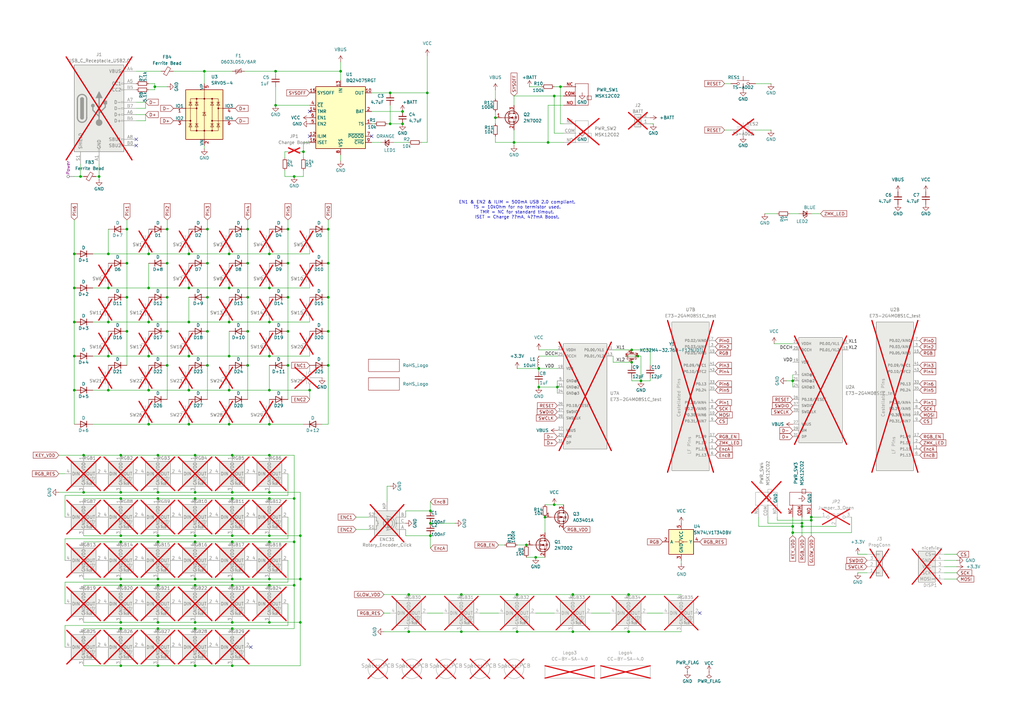
<source format=kicad_sch>
(kicad_sch (version 20250114) (generator "eeschema") (generator_version "9.0")
  (paper "A3")
  (title_block (title "Lotus 58 - BLE") (date "2025-06-25") (rev "v1.2.0") (company "Markus Knutsson <markus.knutsson@tweety.se>") (comment 1 "https://github.com/TweetyDaBird") (comment 2 "Licensed under Creative Commons BY-SA 4.0 International "))
  (text "EN1 & EN2 & ILIM = 500mA USB 2.0 compliant.\nTS = 10kOhm for no termistor used.\nTMR = NC for standard timout.\nISET = Charge ??mA, 4??mA Boost." (at 212.09 86.106 0) (effects (font (size 1.27 1.27))))
  (text "Added missind diode.\nShould fix crystal, VCCH" (at -31.242 137.668 0) (effects (font (size 1.27 1.27))))
  (junction (at 123.19 237.49))
  (junction (at 83.82 29.21))
  (junction (at 85.09 121.92))
  (junction (at 77.47 104.14))
  (junction (at 80.01 204.47))
  (junction (at 175.26 38.1))
  (junction (at 34.29 201.93))
  (junction (at 49.53 186.69))
  (junction (at 110.49 237.49))
  (junction (at 49.53 204.47))
  (junction (at 203.2 48.26))
  (junction (at 44.45 160.02))
  (junction (at 93.98 160.02))
  (junction (at 165.1 45.72))
  (junction (at 257.81 243.84))
  (junction (at 215.9 223.52))
  (junction (at 49.53 257.81))
  (junction (at 64.77 219.71))
  (junction (at 49.53 222.25))
  (junction (at 95.25 201.93))
  (junction (at 85.09 93.98))
  (junction (at 123.19 219.71))
  (junction (at 220.98 151.13))
  (junction (at 33.02 72.39))
  (junction (at 95.25 273.05))
  (junction (at 110.49 146.05))
  (junction (at 165.1 50.8))
  (junction (at 160.02 50.8))
  (junction (at 49.53 219.71))
  (junction (at 176.53 219.71))
  (junction (at 118.11 93.98))
  (junction (at 95.25 219.71))
  (junction (at 95.25 255.27))
  (junction (at 101.6 121.92))
  (junction (at 101.6 135.89))
  (junction (at 167.64 243.84))
  (junction (at 30.48 118.11))
  (junction (at 120.65 222.25))
  (junction (at 80.01 222.25))
  (junction (at 44.45 118.11))
  (junction (at 64.77 237.49))
  (junction (at 95.25 204.47))
  (junction (at 110.49 201.93))
  (junction (at 259.08 148.59))
  (junction (at 49.53 237.49))
  (junction (at 77.47 146.05))
  (junction (at 60.96 118.11))
  (junction (at 101.6 149.86))
  (junction (at 325.12 156.21))
  (junction (at 110.49 204.47))
  (junction (at 60.96 132.08))
  (junction (at 77.47 173.99))
  (junction (at 134.62 149.86))
  (junction (at 176.53 214.63))
  (junction (at 93.98 173.99))
  (junction (at 77.47 132.08))
  (junction (at 134.62 93.98))
  (junction (at 120.65 204.47))
  (junction (at 212.09 243.84))
  (junction (at 64.77 201.93))
  (junction (at 93.98 146.05))
  (junction (at 80.01 257.81))
  (junction (at 110.49 222.25))
  (junction (at 68.58 107.95))
  (junction (at 68.58 93.98))
  (junction (at 257.81 259.08))
  (junction (at 262.89 156.21))
  (junction (at 227.33 39.37))
  (junction (at 49.53 201.93))
  (junction (at 80.01 240.03))
  (junction (at 34.29 186.69))
  (junction (at 80.01 186.69))
  (junction (at 80.01 219.71))
  (junction (at 95.25 257.81))
  (junction (at 80.01 237.49))
  (junction (at 49.53 273.05))
  (junction (at 68.58 121.92))
  (junction (at 63.5 35.56))
  (junction (at 110.49 219.71))
  (junction (at 52.07 135.89))
  (junction (at 68.58 135.89))
  (junction (at 120.65 72.39))
  (junction (at 224.79 58.42))
  (junction (at 120.65 240.03))
  (junction (at 52.07 121.92))
  (junction (at 110.49 118.11))
  (junction (at 124.46 62.23))
  (junction (at 261.62 146.05))
  (junction (at 64.77 273.05))
  (junction (at 77.47 160.02))
  (junction (at 93.98 132.08))
  (junction (at 220.98 158.75))
  (junction (at 101.6 107.95))
  (junction (at 228.6 158.75))
  (junction (at 60.96 104.14))
  (junction (at 229.87 35.56))
  (junction (at 52.07 107.95))
  (junction (at 44.45 104.14))
  (junction (at 64.77 240.03))
  (junction (at 49.53 240.03))
  (junction (at 134.62 107.95))
  (junction (at 60.96 146.05))
  (junction (at 325.12 215.9))
  (junction (at 101.6 93.98))
  (junction (at 30.48 132.08))
  (junction (at 95.25 237.49))
  (junction (at 80.01 255.27))
  (junction (at 113.03 29.21))
  (junction (at 328.93 215.9))
  (junction (at 167.64 259.08))
  (junction (at 110.49 186.69))
  (junction (at 85.09 135.89))
  (junction (at 64.77 222.25))
  (junction (at 95.25 186.69))
  (junction (at 332.74 212.09))
  (junction (at 134.62 135.89))
  (junction (at 95.25 240.03))
  (junction (at 95.25 222.25))
  (junction (at 332.74 213.36))
  (junction (at 176.53 209.55))
  (junction (at 189.23 259.08))
  (junction (at 44.45 132.08))
  (junction (at 110.49 132.08))
  (junction (at 64.77 204.47))
  (junction (at 139.7 29.21))
  (junction (at 80.01 201.93))
  (junction (at 110.49 160.02))
  (junction (at 40.64 72.39))
  (junction (at 30.48 160.02))
  (junction (at 110.49 173.99))
  (junction (at 44.45 146.05))
  (junction (at 64.77 255.27))
  (junction (at 30.48 104.14))
  (junction (at 328.93 214.63))
  (junction (at 93.98 118.11))
  (junction (at 127 160.02))
  (junction (at 110.49 240.03))
  (junction (at 85.09 107.95))
  (junction (at 160.02 38.1))
  (junction (at 234.95 259.08))
  (junction (at 93.98 104.14))
  (junction (at 64.77 257.81))
  (junction (at 259.08 143.51))
  (junction (at 60.96 173.99))
  (junction (at 77.47 118.11))
  (junction (at 110.49 104.14))
  (junction (at 118.11 149.86))
  (junction (at 118.11 107.95))
  (junction (at 85.09 149.86))
  (junction (at 325.12 218.44))
  (junction (at 64.77 186.69))
  (junction (at 118.11 135.89))
  (junction (at 134.62 121.92))
  (junction (at 110.49 255.27))
  (junction (at 210.82 58.42))
  (junction (at 68.58 149.86))
  (junction (at 113.03 43.18))
  (junction (at 189.23 243.84))
  (junction (at 49.53 255.27))
  (junction (at 234.95 243.84))
  (junction (at 219.71 228.6))
  (junction (at 52.07 93.98))
  (junction (at 212.09 259.08))
  (junction (at 118.11 121.92))
  (junction (at 30.48 146.05))
  (junction (at 60.96 160.02))
  (junction (at 123.19 255.27))
  (junction (at 227.33 207.01))
  (junction (at 80.01 273.05))
  (junction (at 223.52 212.09))
  (no_connect (at 127 55.88))
  (no_connect (at 152.4 55.88))
  (no_connect (at 55.88 57.15))
  (no_connect (at 55.88 59.69))
  (no_connect (at 127 45.72))
  (no_connect (at 102.87 265.43))
  (no_connect (at 287.02 251.46))
  (wire (pts (xy 118.11 238.76) (xy 26.67 238.76)))
  (wire (pts (xy 116.84 62.23) (xy 116.84 64.77)))
  (wire (pts (xy 68.58 93.98) (xy 68.58 107.95)))
  (wire (pts (xy 120.65 72.39) (xy 116.84 72.39)))
  (wire (pts (xy 95.25 222.25) (xy 110.49 222.25)))
  (wire (pts (xy 110.49 104.14) (xy 127 104.14)))
  (wire (pts (xy 55.88 44.45) (xy 59.69 44.45)))
  (wire (pts (xy 101.6 135.89) (xy 101.6 149.86)))
  (wire (pts (xy 328.93 212.09) (xy 328.93 214.63)))
  (wire (pts (xy 77.47 160.02) (xy 93.98 160.02)))
  (wire (pts (xy 55.88 49.53) (xy 59.69 49.53)))
  (wire (pts (xy 83.82 29.21) (xy 95.25 29.21)))
  (wire (pts (xy 134.62 107.95) (xy 134.62 121.92)))
  (wire (pts (xy 30.48 118.11) (xy 30.48 132.08)))
  (wire (pts (xy 176.53 209.55) (xy 176.53 205.74)))
  (wire (pts (xy 223.52 212.09) (xy 223.52 218.44)))
  (wire (pts (xy 322.58 156.21) (xy 325.12 156.21)))
  (wire (pts (xy 63.5 36.83) (xy 60.96 36.83)))
  (wire (pts (xy 223.52 207.01) (xy 227.33 207.01)))
  (wire (pts (xy 49.53 219.71) (xy 64.77 219.71)))
  (wire (pts (xy 151.13 212.09) (xy 146.05 212.09)))
  (wire (pts (xy 80.01 204.47) (xy 95.25 204.47)))
  (wire (pts (xy 30.48 104.14) (xy 30.48 118.11)))
  (wire (pts (xy 123.19 237.49) (xy 110.49 237.49)))
  (wire (pts (xy 261.62 146.05) (xy 262.89 146.05)))
  (wire (pts (xy 387.35 229.87) (xy 392.43 229.87)))
  (wire (pts (xy 118.11 212.09) (xy 118.11 220.98)))
  (wire (pts (xy 110.49 173.99) (xy 124.46 173.99)))
  (wire (pts (xy 33.02 72.39) (xy 34.29 72.39)))
  (wire (pts (xy 110.49 222.25) (xy 120.65 222.25)))
  (wire (pts (xy 328.93 214.63) (xy 328.93 215.9)))
  (wire (pts (xy 52.07 107.95) (xy 52.07 121.92)))
  (wire (pts (xy 118.11 256.54) (xy 26.67 256.54)))
  (wire (pts (xy 49.53 255.27) (xy 64.77 255.27)))
  (wire (pts (xy 134.62 135.89) (xy 134.62 149.86)))
  (wire (pts (xy 262.89 156.21) (xy 266.7 156.21)))
  (wire (pts (xy 160.02 43.18) (xy 160.02 50.8)))
  (wire (pts (xy 210.82 58.42) (xy 210.82 53.34)))
  (wire (pts (xy 175.26 251.46) (xy 181.61 251.46)))
  (wire (pts (xy 224.79 43.18) (xy 224.79 58.42)))
  (wire (pts (xy 49.53 240.03) (xy 64.77 240.03)))
  (wire (pts (xy 325.12 156.21) (xy 325.12 158.75)))
  (wire (pts (xy 93.98 118.11) (xy 110.49 118.11)))
  (wire (pts (xy 118.11 121.92) (xy 118.11 135.89)))
  (wire (pts (xy 120.65 222.25) (xy 120.65 240.03)))
  (wire (pts (xy 68.58 121.92) (xy 68.58 135.89)))
  (wire (pts (xy 328.93 215.9) (xy 328.93 219.71)))
  (wire (pts (xy 325.12 156.21) (xy 325.12 153.67)))
  (wire (pts (xy 95.25 240.03) (xy 110.49 240.03)))
  (wire (pts (xy 152.4 38.1) (xy 160.02 38.1)))
  (wire (pts (xy 80.01 219.71) (xy 95.25 219.71)))
  (wire (pts (xy 123.19 273.05) (xy 95.25 273.05)))
  (wire (pts (xy 44.45 93.98) (xy 44.45 104.14)))
  (wire (pts (xy 80.01 273.05) (xy 95.25 273.05)))
  (wire (pts (xy 49.53 257.81) (xy 64.77 257.81)))
  (wire (pts (xy 77.47 132.08) (xy 93.98 132.08)))
  (wire (pts (xy 64.77 186.69) (xy 80.01 186.69)))
  (wire (pts (xy 40.64 73.66) (xy 40.64 72.39)))
  (wire (pts (xy 110.49 204.47) (xy 120.65 204.47)))
  (wire (pts (xy 95.25 255.27) (xy 110.49 255.27)))
  (wire (pts (xy 101.6 107.95) (xy 101.6 121.92)))
  (wire (pts (xy 120.65 186.69) (xy 110.49 186.69)))
  (wire (pts (xy 212.09 151.13) (xy 220.98 151.13)))
  (wire (pts (xy 34.29 186.69) (xy 49.53 186.69)))
  (wire (pts (xy 157.48 259.08) (xy 167.64 259.08)))
  (wire (pts (xy 123.19 255.27) (xy 123.19 273.05)))
  (wire (pts (xy 49.53 201.93) (xy 64.77 201.93)))
  (wire (pts (xy 152.4 45.72) (xy 165.1 45.72)))
  (wire (pts (xy 110.49 146.05) (xy 127 146.05)))
  (wire (pts (xy 38.1 160.02) (xy 44.45 160.02)))
  (wire (pts (xy 314.96 214.63) (xy 314.96 212.09)))
  (wire (pts (xy 175.26 22.86) (xy 175.26 38.1)))
  (wire (pts (xy 49.53 186.69) (xy 64.77 186.69)))
  (wire (pts (xy 60.96 104.14) (xy 77.47 104.14)))
  (wire (pts (xy 210.82 59.69) (xy 210.82 58.42)))
  (wire (pts (xy 139.7 66.04) (xy 139.7 63.5)))
  (wire (pts (xy 110.49 160.02) (xy 127 160.02)))
  (wire (pts (xy 219.71 251.46) (xy 227.33 251.46)))
  (wire (pts (xy 93.98 173.99) (xy 110.49 173.99)))
  (wire (pts (xy 203.2 45.72) (xy 203.2 48.26)))
  (wire (pts (xy 63.5 35.56) (xy 68.58 35.56)))
  (wire (pts (xy 387.35 227.33) (xy 392.43 227.33)))
  (wire (pts (xy 161.29 58.42) (xy 167.64 58.42)))
  (wire (pts (xy 64.77 204.47) (xy 80.01 204.47)))
  (wire (pts (xy 210.82 39.37) (xy 210.82 43.18)))
  (wire (pts (xy 24.13 201.93) (xy 34.29 201.93)))
  (wire (pts (xy 101.6 93.98) (xy 101.6 107.95)))
  (wire (pts (xy 63.5 35.56) (xy 63.5 36.83)))
  (wire (pts (xy 95.25 219.71) (xy 110.49 219.71)))
  (wire (pts (xy 220.98 158.75) (xy 228.6 158.75)))
  (wire (pts (xy 38.1 118.11) (xy 44.45 118.11)))
  (wire (pts (xy 127 160.02) (xy 127 163.83)))
  (wire (pts (xy 158.75 199.39) (xy 160.02 199.39)))
  (wire (pts (xy 60.96 146.05) (xy 44.45 146.05)))
  (wire (pts (xy 231.14 35.56) (xy 229.87 35.56)))
  (wire (pts (xy 118.11 149.86) (xy 118.11 163.83)))
  (wire (pts (xy 30.48 146.05) (xy 30.48 160.02)))
  (wire (pts (xy 80.01 222.25) (xy 95.25 222.25)))
  (wire (pts (xy 234.95 243.84) (xy 257.81 243.84)))
  (wire (pts (xy 124.46 62.23) (xy 124.46 58.42)))
  (wire (pts (xy 44.45 160.02) (xy 60.96 160.02)))
  (wire (pts (xy 227.33 39.37) (xy 227.33 54.61)))
  (wire (pts (xy 309.88 53.34) (xy 316.23 53.34)))
  (wire (pts (xy 52.07 135.89) (xy 52.07 149.86)))
  (wire (pts (xy 44.45 104.14) (xy 60.96 104.14)))
  (wire (pts (xy 256.54 146.05) (xy 261.62 146.05)))
  (wire (pts (xy 189.23 243.84) (xy 212.09 243.84)))
  (wire (pts (xy 95.25 201.93) (xy 110.49 201.93)))
  (wire (pts (xy 158.75 199.39) (xy 158.75 205.74)))
  (wire (pts (xy 134.62 173.99) (xy 134.62 149.86)))
  (wire (pts (xy 34.29 201.93) (xy 49.53 201.93)))
  (wire (pts (xy 220.98 143.51) (xy 228.6 143.51)))
  (wire (pts (xy 110.49 132.08) (xy 127 132.08)))
  (wire (pts (xy 93.98 146.05) (xy 110.49 146.05)))
  (wire (pts (xy 64.77 237.49) (xy 80.01 237.49)))
  (wire (pts (xy 93.98 135.89) (xy 93.98 146.05)))
  (wire (pts (xy 176.53 224.79) (xy 176.53 219.71)))
  (wire (pts (xy 116.84 62.23) (xy 118.11 62.23)))
  (wire (pts (xy 332.74 213.36) (xy 332.74 212.09)))
  (wire (pts (xy 231.14 54.61) (xy 227.33 54.61)))
  (wire (pts (xy 151.13 217.17) (xy 146.05 217.17)))
  (wire (pts (xy 318.77 213.36) (xy 318.77 212.09)))
  (wire (pts (xy 166.37 209.55) (xy 176.53 209.55)))
  (wire (pts (xy 124.46 72.39) (xy 120.65 72.39)))
  (wire (pts (xy 118.11 90.17) (xy 118.11 93.98)))
  (wire (pts (xy 80.01 255.27) (xy 95.25 255.27)))
  (wire (pts (xy 231.14 50.8) (xy 229.87 50.8)))
  (wire (pts (xy 123.19 237.49) (xy 123.19 255.27)))
  (wire (pts (xy 40.64 67.31) (xy 40.64 72.39)))
  (wire (pts (xy 38.1 104.14) (xy 44.45 104.14)))
  (wire (pts (xy 85.09 90.17) (xy 85.09 93.98)))
  (wire (pts (xy 30.48 72.39) (xy 33.02 72.39)))
  (wire (pts (xy 26.67 256.54) (xy 26.67 265.43)))
  (wire (pts (xy 30.48 90.17) (xy 30.48 104.14)))
  (wire (pts (xy 158.75 50.8) (xy 160.02 50.8)))
  (wire (pts (xy 30.48 173.99) (xy 30.48 160.02)))
  (wire (pts (xy 259.08 149.86) (xy 259.08 148.59)))
  (wire (pts (xy 60.96 107.95) (xy 60.96 118.11)))
  (wire (pts (xy 120.65 222.25) (xy 120.65 204.47)))
  (wire (pts (xy 118.11 135.89) (xy 118.11 149.86)))
  (wire (pts (xy 44.45 132.08) (xy 60.96 132.08)))
  (wire (pts (xy 34.29 273.05) (xy 49.53 273.05)))
  (wire (pts (xy 68.58 107.95) (xy 68.58 121.92)))
  (wire (pts (xy 64.77 240.03) (xy 80.01 240.03)))
  (wire (pts (xy 77.47 146.05) (xy 93.98 146.05)))
  (wire (pts (xy 332.74 212.09) (xy 336.55 212.09)))
  (wire (pts (xy 85.09 135.89) (xy 85.09 149.86)))
  (wire (pts (xy 349.25 218.44) (xy 325.12 218.44)))
  (wire (pts (xy 220.98 146.05) (xy 228.6 146.05)))
  (wire (pts (xy 59.69 41.91) (xy 55.88 41.91)))
  (wire (pts (xy 85.09 121.92) (xy 85.09 135.89)))
  (wire (pts (xy 313.69 87.63) (xy 318.77 87.63)))
  (wire (pts (xy 160.02 50.8) (xy 165.1 50.8)))
  (wire (pts (xy 83.82 29.21) (xy 83.82 34.29)))
  (wire (pts (xy 139.7 29.21) (xy 139.7 33.02)))
  (wire (pts (xy 228.6 158.75) (xy 228.6 161.29)))
  (wire (pts (xy 85.09 107.95) (xy 85.09 121.92)))
  (wire (pts (xy 134.62 121.92) (xy 134.62 135.89)))
  (wire (pts (xy 266.7 156.21) (xy 266.7 154.94)))
  (wire (pts (xy 85.09 149.86) (xy 85.09 163.83)))
  (wire (pts (xy 101.6 149.86) (xy 101.6 163.83)))
  (wire (pts (xy 224.79 43.18) (xy 231.14 43.18)))
  (wire (pts (xy 167.64 243.84) (xy 189.23 243.84)))
  (wire (pts (xy 220.98 158.75) (xy 220.98 157.48)))
  (wire (pts (xy 207.01 223.52) (xy 204.47 223.52)))
  (wire (pts (xy 110.49 160.02) (xy 93.98 160.02)))
  (wire (pts (xy 68.58 90.17) (xy 68.58 93.98)))
  (wire (pts (xy 68.58 149.86) (xy 68.58 163.83)))
  (wire (pts (xy 257.81 243.84) (xy 279.4 243.84)))
  (wire (pts (xy 83.82 60.96) (xy 83.82 59.69)))
  (wire (pts (xy 215.9 228.6) (xy 219.71 228.6)))
  (wire (pts (xy 77.47 121.92) (xy 77.47 132.08)))
  (wire (pts (xy 123.19 219.71) (xy 123.19 201.93)))
  (wire (pts (xy 26.67 203.2) (xy 26.67 212.09)))
  (wire (pts (xy 85.09 93.98) (xy 85.09 107.95)))
  (wire (pts (xy 60.96 132.08) (xy 77.47 132.08)))
  (wire (pts (xy 34.29 255.27) (xy 49.53 255.27)))
  (wire (pts (xy 49.53 204.47) (xy 64.77 204.47)))
  (wire (pts (xy 229.87 35.56) (xy 227.33 35.56)))
  (wire (pts (xy 242.57 251.46) (xy 250.19 251.46)))
  (wire (pts (xy 234.95 259.08) (xy 257.81 259.08)))
  (wire (pts (xy 118.11 203.2) (xy 26.67 203.2)))
  (wire (pts (xy 118.11 93.98) (xy 118.11 107.95)))
  (wire (pts (xy 166.37 219.71) (xy 176.53 219.71)))
  (wire (pts (xy 351.79 227.33) (xy 355.6 227.33)))
  (wire (pts (xy 224.79 58.42) (xy 231.14 58.42)))
  (wire (pts (xy 157.48 251.46) (xy 160.02 251.46)))
  (wire (pts (xy 118.11 229.87) (xy 118.11 238.76)))
  (wire (pts (xy 132.08 173.99) (xy 134.62 173.99)))
  (wire (pts (xy 38.1 173.99) (xy 60.96 173.99)))
  (wire (pts (xy 176.53 214.63) (xy 186.69 214.63)))
  (wire (pts (xy 100.33 29.21) (xy 113.03 29.21)))
  (wire (pts (xy 297.18 34.29) (xy 299.72 34.29)))
  (wire (pts (xy 166.37 209.55) (xy 166.37 212.09)))
  (wire (pts (xy 212.09 223.52) (xy 215.9 223.52)))
  (wire (pts (xy 152.4 50.8) (xy 153.67 50.8)))
  (wire (pts (xy 113.03 35.56) (xy 113.03 43.18)))
  (wire (pts (xy 189.23 259.08) (xy 212.09 259.08)))
  (wire (pts (xy 387.35 234.95) (xy 392.43 234.95)))
  (wire (pts (xy 325.12 219.71) (xy 325.12 218.44)))
  (wire (pts (xy 49.53 237.49) (xy 64.77 237.49)))
  (wire (pts (xy 124.46 69.85) (xy 124.46 72.39)))
  (wire (pts (xy 323.85 87.63) (xy 327.66 87.63)))
  (wire (pts (xy 110.49 219.71) (xy 123.19 219.71)))
  (wire (pts (xy 93.98 132.08) (xy 110.49 132.08)))
  (wire (pts (xy 60.96 173.99) (xy 77.47 173.99)))
  (wire (pts (xy 64.77 257.81) (xy 80.01 257.81)))
  (wire (pts (xy 34.29 240.03) (xy 49.53 240.03)))
  (wire (pts (xy 64.77 255.27) (xy 80.01 255.27)))
  (wire (pts (xy 124.46 62.23) (xy 124.46 64.77)))
  (wire (pts (xy 118.11 247.65) (xy 118.11 256.54)))
  (wire (pts (xy 68.58 135.89) (xy 68.58 149.86)))
  (wire (pts (xy 80.01 186.69) (xy 95.25 186.69)))
  (wire (pts (xy 387.35 232.41) (xy 392.43 232.41)))
  (wire (pts (xy 34.29 204.47) (xy 49.53 204.47)))
  (wire (pts (xy 52.07 121.92) (xy 52.07 135.89)))
  (wire (pts (xy 49.53 273.05) (xy 64.77 273.05)))
  (wire (pts (xy 251.46 143.51) (xy 259.08 143.51)))
  (wire (pts (xy 175.26 58.42) (xy 175.26 38.1)))
  (wire (pts (xy 34.29 219.71) (xy 49.53 219.71)))
  (wire (pts (xy 63.5 34.29) (xy 63.5 35.56)))
  (wire (pts (xy 167.64 259.08) (xy 189.23 259.08)))
  (wire (pts (xy 229.87 35.56) (xy 229.87 50.8)))
  (wire (pts (xy 349.25 212.09) (xy 349.25 218.44)))
  (wire (pts (xy 203.2 58.42) (xy 203.2 55.88)))
  (wire (pts (xy 124.46 58.42) (xy 127 58.42)))
  (wire (pts (xy 110.49 118.11) (xy 127 118.11)))
  (wire (pts (xy 311.15 212.09) (xy 311.15 215.9)))
  (wire (pts (xy 52.07 93.98) (xy 52.07 90.17)))
  (wire (pts (xy 328.93 214.63) (xy 314.96 214.63)))
  (wire (pts (xy 220.98 151.13) (xy 228.6 151.13)))
  (wire (pts (xy 317.5 140.97) (xy 325.12 140.97)))
  (wire (pts (xy 139.7 25.4) (xy 139.7 29.21)))
  (wire (pts (xy 80.01 237.49) (xy 95.25 237.49)))
  (wire (pts (xy 351.79 234.95) (xy 355.6 234.95)))
  (wire (pts (xy 251.46 146.05) (xy 251.46 148.59)))
  (wire (pts (xy 95.25 204.47) (xy 110.49 204.47)))
  (wire (pts (xy 251.46 148.59) (xy 259.08 148.59)))
  (wire (pts (xy 26.67 238.76) (xy 26.67 247.65)))
  (wire (pts (xy 26.67 220.98) (xy 26.67 229.87)))
  (wire (pts (xy 227.33 207.01) (xy 231.14 207.01)))
  (wire (pts (xy 210.82 58.42) (xy 224.79 58.42)))
  (wire (pts (xy 134.62 90.17) (xy 134.62 93.98)))
  (wire (pts (xy 71.12 29.21) (xy 83.82 29.21)))
  (wire (pts (xy 113.03 29.21) (xy 139.7 29.21)))
  (wire (pts (xy 123.19 201.93) (xy 110.49 201.93)))
  (wire (pts (xy 196.85 251.46) (xy 204.47 251.46)))
  (wire (pts (xy 59.69 49.53) (xy 59.69 46.99)))
  (wire (pts (xy 59.69 44.45) (xy 59.69 41.91)))
  (wire (pts (xy 34.29 237.49) (xy 49.53 237.49)))
  (wire (pts (xy 116.84 72.39) (xy 116.84 69.85)))
  (wire (pts (xy 203.2 50.8) (xy 203.2 48.26)))
  (wire (pts (xy 30.48 132.08) (xy 30.48 146.05)))
  (wire (pts (xy 332.74 213.36) (xy 318.77 213.36)))
  (wire (pts (xy 316.23 34.29) (xy 309.88 34.29)))
  (wire (pts (xy 152.4 58.42) (xy 156.21 58.42)))
  (wire (pts (xy 38.1 146.05) (xy 44.45 146.05)))
  (wire (pts (xy 60.96 118.11) (xy 77.47 118.11)))
  (wire (pts (xy 24.13 186.69) (xy 34.29 186.69)))
  (wire (pts (xy 95.25 186.69) (xy 110.49 186.69)))
  (wire (pts (xy 118.11 194.31) (xy 118.11 203.2)))
  (wire (pts (xy 123.19 219.71) (xy 123.19 237.49)))
  (wire (pts (xy 266.7 143.51) (xy 259.08 143.51)))
  (wire (pts (xy 80.01 240.03) (xy 95.25 240.03)))
  (wire (pts (xy 64.77 273.05) (xy 80.01 273.05)))
  (wire (pts (xy 77.47 118.11) (xy 93.98 118.11)))
  (wire (pts (xy 66.04 29.21) (xy 55.88 29.21)))
  (wire (pts (xy 265.43 251.46) (xy 271.78 251.46)))
  (wire (pts (xy 217.17 35.56) (xy 222.25 35.56)))
  (wire (pts (xy 93.98 104.14) (xy 110.49 104.14)))
  (wire (pts (xy 52.07 93.98) (xy 52.07 107.95)))
  (wire (pts (xy 120.65 240.03) (xy 110.49 240.03)))
  (wire (pts (xy 332.74 87.63) (xy 336.55 87.63)))
  (wire (pts (xy 33.02 67.31) (xy 33.02 72.39)))
  (wire (pts (xy 34.29 222.25) (xy 49.53 222.25)))
  (wire (pts (xy 203.2 58.42) (xy 210.82 58.42)))
  (wire (pts (xy 95.25 237.49) (xy 110.49 237.49)))
  (wire (pts (xy 24.13 194.31) (xy 26.67 194.31)))
  (wire (pts (xy 227.33 39.37) (xy 210.82 39.37)))
  (wire (pts (xy 328.93 215.9) (xy 342.9 215.9)))
  (wire (pts (xy 231.14 39.37) (xy 227.33 39.37)))
  (wire (pts (xy 123.19 255.27) (xy 110.49 255.27)))
  (wire (pts (xy 123.19 62.23) (xy 124.46 62.23)))
  (wire (pts (xy 212.09 243.84) (xy 234.95 243.84)))
  (wire (pts (xy 101.6 121.92) (xy 101.6 135.89)))
  (wire (pts (xy 113.03 29.21) (xy 113.03 30.48)))
  (wire (pts (xy 60.96 118.11) (xy 44.45 118.11)))
  (wire (pts (xy 80.01 257.81) (xy 95.25 257.81)))
  (wire (pts (xy 203.2 40.64) (xy 203.2 36.83)))
  (wire (pts (xy 212.09 259.08) (xy 234.95 259.08)))
  (wire (pts (xy 55.88 46.99) (xy 59.69 46.99)))
  (wire (pts (xy 60.96 160.02) (xy 77.47 160.02)))
  (wire (pts (xy 325.12 215.9) (xy 325.12 212.09)))
  (wire (pts (xy 49.53 222.25) (xy 64.77 222.25)))
  (wire (pts (xy 80.01 201.93) (xy 95.25 201.93)))
  (wire (pts (xy 220.98 152.4) (xy 220.98 151.13)))
  (wire (pts (xy 34.29 257.81) (xy 49.53 257.81)))
  (wire (pts (xy 311.15 215.9) (xy 325.12 215.9)))
  (wire (pts (xy 172.72 58.42) (xy 175.26 58.42)))
  (wire (pts (xy 325.12 218.44) (xy 325.12 215.9)))
  (wire (pts (xy 332.74 219.71) (xy 332.74 213.36)))
  (wire (pts (xy 157.48 243.84) (xy 167.64 243.84)))
  (wire (pts (xy 110.49 149.86) (xy 110.49 160.02)))
  (wire (pts (xy 38.1 132.08) (xy 44.45 132.08)))
  (wire (pts (xy 39.37 72.39) (xy 40.64 72.39)))
  (wire (pts (xy 259.08 156.21) (xy 259.08 154.94)))
  (wire (pts (xy 113.03 43.18) (xy 127 43.18)))
  (wire (pts (xy 279.4 231.14) (xy 279.4 229.87)))
  (wire (pts (xy 297.18 53.34) (xy 299.72 53.34)))
  (wire (pts (xy 63.5 34.29) (xy 60.96 34.29)))
  (wire (pts (xy 266.7 149.86) (xy 266.7 143.51)))
  (wire (pts (xy 118.11 220.98) (xy 26.67 220.98)))
  (wire (pts (xy 219.71 228.6) (xy 223.52 228.6)))
  (wire (pts (xy 262.89 146.05) (xy 262.89 156.21)))
  (wire (pts (xy 387.35 237.49) (xy 392.43 237.49)))
  (wire (pts (xy 257.81 259.08) (xy 279.4 259.08)))
  (wire (pts (xy 166.37 219.71) (xy 166.37 217.17)))
  (wire (pts (xy 267.97 50.8) (xy 266.7 50.8)))
  (wire (pts (xy 64.77 219.71) (xy 80.01 219.71)))
  (wire (pts (xy 77.47 104.14) (xy 93.98 104.14)))
  (wire (pts (xy 259.08 156.21) (xy 262.89 156.21)))
  (wire (pts (xy 60.96 146.05) (xy 77.47 146.05)))
  (wire (pts (xy 120.65 257.81) (xy 95.25 257.81)))
  (wire (pts (xy 160.02 38.1) (xy 175.26 38.1)))
  (wire (pts (xy 228.6 158.75) (xy 228.6 156.21)))
  (wire (pts (xy 77.47 173.99) (xy 93.98 173.99)))
  (wire (pts (xy 134.62 93.98) (xy 134.62 107.95)))
  (wire (pts (xy 64.77 201.93) (xy 80.01 201.93)))
  (wire (pts (xy 118.11 107.95) (xy 118.11 121.92)))
  (wire (pts (xy 120.65 240.03) (xy 120.65 257.81)))
  (wire (pts (xy 120.65 204.47) (xy 120.65 186.69)))
  (wire (pts (xy 101.6 90.17) (xy 101.6 93.98)))
  (wire (pts (xy 64.77 222.25) (xy 80.01 222.25)))
  (label "VDD" (at 223.52 151.13 0))
  (label "DCCH" (at 325.12 143.51 180))
  (label "XL1" (at 347.98 140.97 0))
  (label "XL2" (at 347.98 143.51 0))
  (label "DCCH" (at 223.52 146.05 0))
  (label "XL1" (at 252.73 143.51 0))
  (label "XL2" (at 252.73 148.59 0))
  (label "VDD" (at 325.12 148.59 180))
  (global_label "RGB_EN" (shape input) (at 293.37 179.07 0) (property "Intersheetrefs" "${INTERSHEET_REFS}" (effects (hide yes))))
  (global_label "Pin1" (shape input) (at 293.37 165.1 0) (property "Intersheetrefs" "${INTERSHEET_REFS}" (effects (hide yes))))
  (global_label "Pin3" (shape input) (at 377.19 149.86 0) (property "Intersheetrefs" "${INTERSHEET_REFS}" (effects (hide yes))))
  (global_label "RGB_RES" (shape input) (at 24.13 194.31 180) (property "Intersheetrefs" "${INTERSHEET_REFS}" (effects (hide yes))))
  (global_label "D+" (shape input) (at 96.52 44.45 0) (property "Intersheetrefs" "${INTERSHEET_REFS}" (effects (hide yes))))
  (global_label "MOSI" (shape input) (at 392.43 237.49 0) (property "Intersheetrefs" "${INTERSHEET_REFS}" (effects (hide yes))))
  (global_label "RESET" (shape input) (at 228.6 166.37 180) (property "Intersheetrefs" "${INTERSHEET_REFS}" (effects (hide yes))))
  (global_label "RESET" (shape input) (at 297.18 34.29 180) (property "Intersheetrefs" "${INTERSHEET_REFS}" (effects (hide yes))))
  (global_label "D+" (shape input) (at 325.12 179.07 180) (property "Intersheetrefs" "${INTERSHEET_REFS}" (effects (hide yes))))
  (global_label "SWDIO" (shape input) (at 228.6 168.91 180) (property "Intersheetrefs" "${INTERSHEET_REFS}" (effects (hide yes))))
  (global_label "Pin5" (shape input) (at 118.11 90.17 90) (property "Intersheetrefs" "${INTERSHEET_REFS}" (effects (hide yes))))
  (global_label "MOSI" (shape input) (at 293.37 170.18 0) (property "Intersheetrefs" "${INTERSHEET_REFS}" (effects (hide yes))))
  (global_label "D+" (shape input) (at 228.6 181.61 180) (property "Intersheetrefs" "${INTERSHEET_REFS}" (effects (hide yes))))
  (global_label "Pin5" (shape input) (at 377.19 160.02 0) (property "Intersheetrefs" "${INTERSHEET_REFS}" (effects (hide yes))))
  (global_label "D-" (shape input) (at 325.12 176.53 180) (property "Intersheetrefs" "${INTERSHEET_REFS}" (effects (hide yes))))
  (global_label "KEY_VDD" (shape input) (at 325.12 219.71 270) (property "Intersheetrefs" "${INTERSHEET_REFS}" (effects (hide yes))))
  (global_label "ZMK_LED" (shape input) (at 377.19 181.61 0) (property "Intersheetrefs" "${INTERSHEET_REFS}" (effects (hide yes))))
  (global_label "Pin3" (shape input) (at 293.37 149.86 0) (property "Intersheetrefs" "${INTERSHEET_REFS}" (effects (hide yes))))
  (global_label "ZMK_LED" (shape input) (at 293.37 181.61 0) (property "Intersheetrefs" "${INTERSHEET_REFS}" (effects (hide yes))))
  (global_label "Pin2" (shape input) (at 377.19 142.24 0) (property "Intersheetrefs" "${INTERSHEET_REFS}" (effects (hide yes))))
  (global_label "SYSOFF" (shape input) (at 127 38.1 180) (property "Intersheetrefs" "${INTERSHEET_REFS}" (effects (hide yes))))
  (global_label "Pin5" (shape input) (at 293.37 160.02 0) (property "Intersheetrefs" "${INTERSHEET_REFS}" (effects (hide yes))))
  (global_label "EncA" (shape input) (at 176.53 224.79 0) (property "Intersheetrefs" "${INTERSHEET_REFS}" (effects (hide yes))))
  (global_label "ZMK_LED" (shape input) (at 336.55 87.63 0) (property "Intersheetrefs" "${INTERSHEET_REFS}" (effects (hide yes))))
  (global_label "Pin2" (shape input) (at 68.58 90.17 90) (property "Intersheetrefs" "${INTERSHEET_REFS}" (effects (hide yes))))
  (global_label "RGB_EN" (shape input) (at 204.47 223.52 180) (property "Intersheetrefs" "${INTERSHEET_REFS}" (effects (hide yes))))
  (global_label "RGB_VDD" (shape input) (at 328.93 219.71 270) (property "Intersheetrefs" "${INTERSHEET_REFS}" (effects (hide yes))))
  (global_label "GLOW_VDD" (shape input) (at 332.74 219.71 270) (property "Intersheetrefs" "${INTERSHEET_REFS}" (effects (hide yes))))
  (global_label "SWCLK" (shape input) (at 228.6 171.45 180) (property "Intersheetrefs" "${INTERSHEET_REFS}" (effects (hide yes))))
  (global_label "D-" (shape input) (at 96.52 49.53 0) (property "Intersheetrefs" "${INTERSHEET_REFS}" (effects (hide yes))))
  (global_label "ENC1" (shape input) (at 127 149.86 180) (property "Intersheetrefs" "${INTERSHEET_REFS}" (effects (hide yes))))
  (global_label "SWCLK" (shape input) (at 325.12 168.91 180) (property "Intersheetrefs" "${INTERSHEET_REFS}" (effects (hide yes))))
  (global_label "RGB" (shape input) (at 293.37 144.78 0) (property "Intersheetrefs" "${INTERSHEET_REFS}" (effects (hide yes))))
  (global_label "Pin1" (shape input) (at 377.19 165.1 0) (property "Intersheetrefs" "${INTERSHEET_REFS}" (effects (hide yes))))
  (global_label "EncB" (shape input) (at 377.19 186.69 0) (property "Intersheetrefs" "${INTERSHEET_REFS}" (effects (hide yes))))
  (global_label "D-" (shape input) (at 59.69 41.91 0) (property "Intersheetrefs" "${INTERSHEET_REFS}" (effects (hide yes))))
  (global_label "D-" (shape input) (at 228.6 179.07 180) (property "Intersheetrefs" "${INTERSHEET_REFS}" (effects (hide yes))))
  (global_label "CS" (shape input) (at 293.37 172.72 0) (property "Intersheetrefs" "${INTERSHEET_REFS}" (effects (hide yes))))
  (global_label "D-" (shape input) (at 71.12 44.45 180) (property "Intersheetrefs" "${INTERSHEET_REFS}" (effects (hide yes))))
  (global_label "SCK" (shape input) (at 392.43 234.95 0) (property "Intersheetrefs" "${INTERSHEET_REFS}" (effects (hide yes))))
  (global_label "SCK" (shape input) (at 293.37 167.64 0) (property "Intersheetrefs" "${INTERSHEET_REFS}" (effects (hide yes))))
  (global_label "ENC2" (shape input) (at 146.05 217.17 180) (property "Intersheetrefs" "${INTERSHEET_REFS}" (effects (hide yes))))
  (global_label "Pin6" (shape input) (at 30.48 90.17 90) (property "Intersheetrefs" "${INTERSHEET_REFS}" (effects (hide yes))))
  (global_label "GLOW_VDD" (shape input) (at 157.48 243.84 180) (property "Intersheetrefs" "${INTERSHEET_REFS}" (effects (hide yes))))
  (global_label "Pin6" (shape input) (at 377.19 157.48 0) (property "Intersheetrefs" "${INTERSHEET_REFS}" (effects (hide yes))))
  (global_label "Pin4" (shape input) (at 377.19 152.4 0) (property "Intersheetrefs" "${INTERSHEET_REFS}" (effects (hide yes))))
  (global_label "Pin4" (shape input) (at 101.6 90.17 90) (property "Intersheetrefs" "${INTERSHEET_REFS}" (effects (hide yes))))
  (global_label "EncB" (shape input) (at 293.37 186.69 0) (property "Intersheetrefs" "${INTERSHEET_REFS}" (effects (hide yes))))
  (global_label "EncA" (shape input) (at 293.37 184.15 0) (property "Intersheetrefs" "${INTERSHEET_REFS}" (effects (hide yes))))
  (global_label "Pin0" (shape input) (at 293.37 139.7 0) (property "Intersheetrefs" "${INTERSHEET_REFS}" (effects (hide yes))))
  (global_label "RGB" (shape input) (at 377.19 144.78 0) (property "Intersheetrefs" "${INTERSHEET_REFS}" (effects (hide yes))))
  (global_label "KEY_VDD" (shape input) (at 24.13 186.69 180) (property "Intersheetrefs" "${INTERSHEET_REFS}" (effects (hide yes))))
  (global_label "MOSI" (shape input) (at 377.19 170.18 0) (property "Intersheetrefs" "${INTERSHEET_REFS}" (effects (hide yes))))
  (global_label "Pin0" (shape input) (at 377.19 139.7 0) (property "Intersheetrefs" "${INTERSHEET_REFS}" (effects (hide yes))))
  (global_label "RGB_VDD" (shape input) (at 231.14 217.17 0) (property "Intersheetrefs" "${INTERSHEET_REFS}" (effects (hide yes))))
  (global_label "SWDIO" (shape input) (at 325.12 166.37 180) (property "Intersheetrefs" "${INTERSHEET_REFS}" (effects (hide yes))))
  (global_label "CS" (shape input) (at 392.43 227.33 0) (property "Intersheetrefs" "${INTERSHEET_REFS}" (effects (hide yes))))
  (global_label "SWCLK" (shape input) (at 355.6 232.41 180) (property "Intersheetrefs" "${INTERSHEET_REFS}" (effects (hide yes))))
  (global_label "ENC1" (shape input) (at 146.05 212.09 180) (property "Intersheetrefs" "${INTERSHEET_REFS}" (effects (hide yes))))
  (global_label "Pin6" (shape input) (at 293.37 157.48 0) (property "Intersheetrefs" "${INTERSHEET_REFS}" (effects (hide yes))))
  (global_label "EncB" (shape input) (at 176.53 205.74 0) (property "Intersheetrefs" "${INTERSHEET_REFS}" (effects (hide yes))))
  (global_label "RGB_EN" (shape input) (at 377.19 179.07 0) (property "Intersheetrefs" "${INTERSHEET_REFS}" (effects (hide yes))))
  (global_label "D+" (shape input) (at 71.12 49.53 180) (property "Intersheetrefs" "${INTERSHEET_REFS}" (effects (hide yes))))
  (global_label "EncA" (shape input) (at 377.19 184.15 0) (property "Intersheetrefs" "${INTERSHEET_REFS}" (effects (hide yes))))
  (global_label "Pin0" (shape input) (at 134.62 90.17 90) (property "Intersheetrefs" "${INTERSHEET_REFS}" (effects (hide yes))))
  (global_label "RESET" (shape input) (at 297.18 53.34 180) (property "Intersheetrefs" "${INTERSHEET_REFS}" (effects (hide yes))))
  (global_label "ENC2" (shape input) (at 127 163.83 180) (property "Intersheetrefs" "${INTERSHEET_REFS}" (effects (hide yes))))
  (global_label "CS" (shape input) (at 377.19 172.72 0) (property "Intersheetrefs" "${INTERSHEET_REFS}" (effects (hide yes))))
  (global_label "SCK" (shape input) (at 377.19 167.64 0) (property "Intersheetrefs" "${INTERSHEET_REFS}" (effects (hide yes))))
  (global_label "Pin2" (shape input) (at 293.37 142.24 0) (property "Intersheetrefs" "${INTERSHEET_REFS}" (effects (hide yes))))
  (global_label "Pin1" (shape input) (at 52.07 90.17 90) (property "Intersheetrefs" "${INTERSHEET_REFS}" (effects (hide yes))))
  (global_label "SYSOFF" (shape input) (at 210.82 39.37 90) (property "Intersheetrefs" "${INTERSHEET_REFS}" (effects (hide yes))))
  (global_label "D+" (shape input) (at 59.69 46.99 0) (property "Intersheetrefs" "${INTERSHEET_REFS}" (effects (hide yes))))
  (global_label "RGB_RES" (shape input) (at 157.48 251.46 180) (property "Intersheetrefs" "${INTERSHEET_REFS}" (effects (hide yes))))
  (global_label "RGB_RES" (shape input) (at 287.02 222.25 0) (property "Intersheetrefs" "${INTERSHEET_REFS}" (effects (hide yes))))
  (global_label "Pin4" (shape input) (at 293.37 152.4 0) (property "Intersheetrefs" "${INTERSHEET_REFS}" (effects (hide yes))))
  (global_label "Pin3" (shape input) (at 85.09 90.17 90) (property "Intersheetrefs" "${INTERSHEET_REFS}" (effects (hide yes))))
  (global_label "SWDIO" (shape input) (at 355.6 229.87 180) (property "Intersheetrefs" "${INTERSHEET_REFS}" (effects (hide yes))))
  (global_label "RESET" (shape input) (at 325.12 163.83 180) (property "Intersheetrefs" "${INTERSHEET_REFS}" (effects (hide yes))))
  (global_label "RGB" (shape input) (at 271.78 222.25 180) (property "Intersheetrefs" "${INTERSHEET_REFS}" (effects (hide yes))))
  (netclass_flag "" (length 2.54) (shape round) (at 30.48 72.39 90) (property "Netclass" "Power" (at 27.94 71.7804 90) (effects (font (italic yes)) (justify left))))
  (symbol (lib_id "Keyboard Switches:SW_Push_GND") (at 127 154.94 90) (mirror x) (unit 1) (dnp yes)
    (property "Reference" "SW25" (at 124.46 156.21 90) (effects (justify left)))
    (property "Value" "SW_Push" (effects (hide yes)))
    (property "Footprint" "Keyboard Switches:SW_MX_HotSwap_Reversible_FOR encoder" (effects (hide yes)))
    (property "Description" "Push button switch, generic, two pins" (effects (hide yes)))
  )
  (symbol (lib_id "Switch:SW_Push") (at 60.96 168.91 90) (mirror x) (unit 1) (dnp yes)
    (property "Reference" "SW26" (at 58.42 170.18 90) (effects (justify left)))
    (property "Value" "SW_Push" (effects (hide yes)))
    (property "Footprint" "Keyboard Switches:SW_MX_HotSwap_Reversible" (effects (hide yes)))
    (property "Description" "Push button switch, generic, two pins" (effects (hide yes)))
  )
  (symbol (lib_id "Switch:SW_Push") (at 44.45 154.94 90) (mirror x) (unit 1) (dnp yes)
    (property "Reference" "SW21" (at 41.91 156.21 90) (effects (justify left)))
    (property "Value" "SW_Push" (effects (hide yes)))
    (property "Footprint" "Keyboard Switches:SW_MX_HotSwap_Reversible" (effects (hide yes)))
    (property "Description" "Push button switch, generic, two pins" (effects (hide yes)))
  )
  (symbol (lib_id "Device:D") (at 48.26 149.86 180) (unit 1)
    (property "Reference" "D21" (at 48.26 152.4 0))
    (property "Value" "D" (at 48.26 147.32 0))
    (property "Footprint" "Diode_SMD:D_SOD-323" (effects (hide yes)))
    (property "Description" "Diode" (effects (hide yes)))
    (property "Sim.Device" "D" (effects (hide yes)))
    (property "Sim.Pins" "1=K 2=A" (effects (hide yes)))
    (property "LCSC" "C2128" (effects (hide yes)))
  )
  (symbol (lib_id "Switch:SW_Push") (at 127 99.06 90) (mirror x) (unit 1) (dnp yes)
    (property "Reference" "SW5" (at 124.46 100.33 90) (effects (justify left)))
    (property "Value" "SW_Push" (effects (hide yes)))
    (property "Footprint" "Keyboard Switches:SW_MX_HotSwap_Reversible" (effects (hide yes)))
    (property "Description" "Push button switch, generic, two pins" (effects (hide yes)))
  )
  (symbol (lib_id "Device:D") (at 48.26 93.98 0) (mirror x) (unit 1)
    (property "Reference" "D+7" (at 48.26 96.52 0))
    (property "Value" "D" (at 48.26 91.44 0))
    (property "Footprint" "Diode_SMD:D_SOD-323" (effects (hide yes)))
    (property "Description" "Diode" (effects (hide yes)))
    (property "Sim.Device" "D" (effects (hide yes)))
    (property "Sim.Pins" "1=K 2=A" (effects (hide yes)))
    (property "LCSC" "C2128" (effects (hide yes)))
  )
  (symbol (lib_id "Switch:SW_Push") (at 110.49 99.06 90) (mirror x) (unit 1) (dnp yes)
    (property "Reference" "SW4" (at 107.95 100.33 90) (effects (justify left)))
    (property "Value" "SW_Push" (effects (hide yes)))
    (property "Footprint" "Keyboard Switches:SW_MX_HotSwap_Reversible" (effects (hide yes)))
    (property "Description" "Push button switch, generic, two pins" (effects (hide yes)))
  )
  (symbol (lib_id "Device:D") (at 130.81 93.98 180) (unit 1)
    (property "Reference" "D5" (at 130.81 96.52 0))
    (property "Value" "D" (at 130.81 91.44 0))
    (property "Footprint" "Diode_SMD:D_SOD-323" (effects (hide yes)))
    (property "Description" "Diode" (effects (hide yes)))
    (property "Sim.Device" "D" (effects (hide yes)))
    (property "Sim.Pins" "1=K 2=A" (effects (hide yes)))
    (property "LCSC" "C2128" (effects (hide yes)))
  )
  (symbol (lib_id "Switch:SW_Push") (at 93.98 99.06 90) (mirror x) (unit 1) (dnp yes)
    (property "Reference" "SW3" (at 91.44 100.33 90) (effects (justify left)))
    (property "Value" "SW_Push" (effects (hide yes)))
    (property "Footprint" "Keyboard Switches:SW_MX_HotSwap_Reversible" (effects (hide yes)))
    (property "Description" "Push button switch, generic, two pins" (effects (hide yes)))
  )
  (symbol (lib_id "Device:D") (at 114.3 93.98 180) (unit 1)
    (property "Reference" "D4" (at 114.3 96.52 0))
    (property "Value" "D" (at 114.3 91.44 0))
    (property "Footprint" "Diode_SMD:D_SOD-323" (effects (hide yes)))
    (property "Description" "Diode" (effects (hide yes)))
    (property "Sim.Device" "D" (effects (hide yes)))
    (property "Sim.Pins" "1=K 2=A" (effects (hide yes)))
    (property "LCSC" "C2128" (effects (hide yes)))
  )
  (symbol (lib_id "Switch:SW_Push") (at 77.47 99.06 90) (mirror x) (unit 1) (dnp yes)
    (property "Reference" "SW2" (at 74.93 100.33 90) (effects (justify left)))
    (property "Value" "SW_Push" (effects (hide yes)))
    (property "Footprint" "Keyboard Switches:SW_MX_HotSwap_Reversible" (effects (hide yes)))
    (property "Description" "Push button switch, generic, two pins" (effects (hide yes)))
  )
  (symbol (lib_id "Device:D") (at 97.79 93.98 180) (unit 1)
    (property "Reference" "D3" (at 97.79 96.52 0))
    (property "Value" "D" (at 97.79 91.44 0))
    (property "Footprint" "Diode_SMD:D_SOD-323" (effects (hide yes)))
    (property "Description" "Diode" (effects (hide yes)))
    (property "Sim.Device" "D" (effects (hide yes)))
    (property "Sim.Pins" "1=K 2=A" (effects (hide yes)))
    (property "LCSC" "C2128" (effects (hide yes)))
  )
  (symbol (lib_id "Device:D") (at 64.77 93.98 180) (unit 1)
    (property "Reference" "D1" (at 64.77 96.52 0))
    (property "Value" "D" (at 64.77 91.44 0))
    (property "Footprint" "Diode_SMD:D_SOD-323" (effects (hide yes)))
    (property "Description" "Diode" (effects (hide yes)))
    (property "Sim.Device" "D" (effects (hide yes)))
    (property "Sim.Pins" "1=K 2=A" (effects (hide yes)))
    (property "LCSC" "C2128" (effects (hide yes)))
  )
  (symbol (lib_id "Switch:SW_Push") (at 127 113.03 90) (mirror x) (unit 1) (dnp yes)
    (property "Reference" "SW10" (at 124.46 114.3 90) (effects (justify left)))
    (property "Value" "SW_Push" (effects (hide yes)))
    (property "Footprint" "Keyboard Switches:SW_MX_HotSwap_Reversible" (effects (hide yes)))
    (property "Description" "Push button switch, generic, two pins" (effects (hide yes)))
  )
  (symbol (lib_id "Switch:SW_Push") (at 110.49 113.03 90) (mirror x) (unit 1) (dnp yes)
    (property "Reference" "SW9" (at 107.95 114.3 90) (effects (justify left)))
    (property "Value" "SW_Push" (effects (hide yes)))
    (property "Footprint" "Keyboard Switches:SW_MX_HotSwap_Reversible" (effects (hide yes)))
    (property "Description" "Push button switch, generic, two pins" (effects (hide yes)))
  )
  (symbol (lib_id "Switch:SW_Push") (at 93.98 113.03 90) (mirror x) (unit 1) (dnp yes)
    (property "Reference" "SW8" (at 91.44 114.3 90) (effects (justify left)))
    (property "Value" "SW_Push" (effects (hide yes)))
    (property "Footprint" "Keyboard Switches:SW_MX_HotSwap_Reversible" (effects (hide yes)))
    (property "Description" "Push button switch, generic, two pins" (effects (hide yes)))
  )
  (symbol (lib_id "Switch:SW_Push") (at 77.47 113.03 90) (mirror x) (unit 1) (dnp yes)
    (property "Reference" "SW7" (at 74.93 114.3 90) (effects (justify left)))
    (property "Value" "SW_Push" (effects (hide yes)))
    (property "Footprint" "Keyboard Switches:SW_MX_HotSwap_Reversible" (effects (hide yes)))
    (property "Description" "Push button switch, generic, two pins" (effects (hide yes)))
  )
  (symbol (lib_id "Switch:SW_Push") (at 44.45 113.03 90) (mirror x) (unit 1) (dnp yes)
    (property "Reference" "SW6" (at 41.91 114.3 90) (effects (justify left)))
    (property "Value" "SW_Push" (effects (hide yes)))
    (property "Footprint" "Keyboard Switches:SW_MX_HotSwap_Reversible" (effects (hide yes)))
    (property "Description" "Push button switch, generic, two pins" (effects (hide yes)))
  )
  (symbol (lib_id "Switch:SW_Push") (at 77.47 154.94 90) (mirror x) (unit 1) (dnp yes)
    (property "Reference" "SW23" (at 74.93 156.21 90) (effects (justify left)))
    (property "Value" "SW_Push" (effects (hide yes)))
    (property "Footprint" "Keyboard Switches:SW_MX_HotSwap_Reversible" (effects (hide yes)))
    (property "Description" "Push button switch, generic, two pins" (effects (hide yes)))
  )
  (symbol (lib_id "Device:D") (at 81.28 149.86 180) (unit 1)
    (property "Reference" "D23" (at 81.28 152.4 0))
    (property "Value" "D" (at 81.28 147.32 0))
    (property "Footprint" "Diode_SMD:D_SOD-323" (effects (hide yes)))
    (property "Description" "Diode" (effects (hide yes)))
    (property "Sim.Device" "D" (effects (hide yes)))
    (property "Sim.Pins" "1=K 2=A" (effects (hide yes)))
    (property "LCSC" "C2128" (effects (hide yes)))
  )
  (symbol (lib_id "Device:D") (at 130.81 107.95 180) (unit 1)
    (property "Reference" "D10" (at 130.81 110.49 0))
    (property "Value" "D" (at 130.81 105.41 0))
    (property "Footprint" "Diode_SMD:D_SOD-323" (effects (hide yes)))
    (property "Description" "Diode" (effects (hide yes)))
    (property "Sim.Device" "D" (effects (hide yes)))
    (property "Sim.Pins" "1=K 2=A" (effects (hide yes)))
    (property "LCSC" "C2128" (effects (hide yes)))
  )
  (symbol (lib_id "Device:D") (at 114.3 107.95 180) (unit 1)
    (property "Reference" "D9" (at 114.3 110.49 0))
    (property "Value" "D" (at 114.3 105.41 0))
    (property "Footprint" "Diode_SMD:D_SOD-323" (effects (hide yes)))
    (property "Description" "Diode" (effects (hide yes)))
    (property "Sim.Device" "D" (effects (hide yes)))
    (property "Sim.Pins" "1=K 2=A" (effects (hide yes)))
    (property "LCSC" "C2128" (effects (hide yes)))
  )
  (symbol (lib_id "Device:D") (at 97.79 107.95 180) (unit 1)
    (property "Reference" "D8" (at 97.79 110.49 0))
    (property "Value" "D" (at 97.79 105.41 0))
    (property "Footprint" "Diode_SMD:D_SOD-323" (effects (hide yes)))
    (property "Description" "Diode" (effects (hide yes)))
    (property "Sim.Device" "D" (effects (hide yes)))
    (property "Sim.Pins" "1=K 2=A" (effects (hide yes)))
    (property "LCSC" "C2128" (effects (hide yes)))
  )
  (symbol (lib_id "Device:D") (at 81.28 107.95 180) (unit 1)
    (property "Reference" "D7" (at 81.28 110.49 0))
    (property "Value" "D" (at 81.28 105.41 0))
    (property "Footprint" "Diode_SMD:D_SOD-323" (effects (hide yes)))
    (property "Description" "Diode" (effects (hide yes)))
    (property "Sim.Device" "D" (effects (hide yes)))
    (property "Sim.Pins" "1=K 2=A" (effects (hide yes)))
    (property "LCSC" "C2128" (effects (hide yes)))
  )
  (symbol (lib_id "Device:D") (at 48.26 107.95 180) (unit 1)
    (property "Reference" "D6" (at 48.26 110.49 0))
    (property "Value" "D" (at 48.26 105.41 0))
    (property "Footprint" "Diode_SMD:D_SOD-323" (effects (hide yes)))
    (property "Description" "Diode" (effects (hide yes)))
    (property "Sim.Device" "D" (effects (hide yes)))
    (property "Sim.Pins" "1=K 2=A" (effects (hide yes)))
    (property "LCSC" "C2128" (effects (hide yes)))
  )
  (symbol (lib_id "Switch:SW_Push") (at 93.98 168.91 90) (mirror x) (unit 1) (dnp yes)
    (property "Reference" "SW28" (at 91.44 170.18 90) (effects (justify left)))
    (property "Value" "SW_Push" (effects (hide yes)))
    (property "Footprint" "Keyboard Switches:SW_MX_HotSwap_Reversible" (effects (hide yes)))
    (property "Description" "Push button switch, generic, two pins" (effects (hide yes)))
  )
  (symbol (lib_id "Switch:SW_Push") (at 127 127 90) (mirror x) (unit 1) (dnp yes)
    (property "Reference" "SW15" (at 124.46 128.27 90) (effects (justify left)))
    (property "Value" "SW_Push" (effects (hide yes)))
    (property "Footprint" "Keyboard Switches:SW_MX_HotSwap_Reversible" (effects (hide yes)))
    (property "Description" "Push button switch, generic, two pins" (effects (hide yes)))
  )
  (symbol (lib_id "Switch:SW_Push") (at 110.49 127 90) (mirror x) (unit 1) (dnp yes)
    (property "Reference" "SW14" (at 107.95 128.27 90) (effects (justify left)))
    (property "Value" "SW_Push" (effects (hide yes)))
    (property "Footprint" "Keyboard Switches:SW_MX_HotSwap_Reversible" (effects (hide yes)))
    (property "Description" "Push button switch, generic, two pins" (effects (hide yes)))
  )
  (symbol (lib_id "Switch:SW_Push") (at 93.98 127 90) (mirror x) (unit 1) (dnp yes)
    (property "Reference" "SW13" (at 91.44 128.27 90) (effects (justify left)))
    (property "Value" "SW_Push" (effects (hide yes)))
    (property "Footprint" "Keyboard Switches:SW_MX_HotSwap_Reversible" (effects (hide yes)))
    (property "Description" "Push button switch, generic, two pins" (effects (hide yes)))
  )
  (symbol (lib_id "Switch:SW_Push") (at 60.96 127 90) (mirror x) (unit 1) (dnp yes)
    (property "Reference" "SW12" (at 58.42 128.27 90) (effects (justify left)))
    (property "Value" "SW_Push" (effects (hide yes)))
    (property "Footprint" "Keyboard Switches:SW_MX_HotSwap_Reversible" (effects (hide yes)))
    (property "Description" "Push button switch, generic, two pins" (effects (hide yes)))
  )
  (symbol (lib_id "Switch:SW_Push") (at 44.45 127 90) (mirror x) (unit 1) (dnp yes)
    (property "Reference" "SW11" (at 41.91 128.27 90) (effects (justify left)))
    (property "Value" "SW_Push" (effects (hide yes)))
    (property "Footprint" "Keyboard Switches:SW_MX_HotSwap_Reversible" (effects (hide yes)))
    (property "Description" "Push button switch, generic, two pins" (effects (hide yes)))
  )
  (symbol (lib_id "Device:D") (at 114.3 149.86 0) (mirror x) (unit 1)
    (property "Reference" "D+11" (at 114.3 152.4 0))
    (property "Value" "D" (at 114.3 147.32 0))
    (property "Footprint" "Diode_SMD:D_SOD-323" (effects (hide yes)))
    (property "Description" "Diode" (effects (hide yes)))
    (property "Sim.Device" "D" (effects (hide yes)))
    (property "Sim.Pins" "1=K 2=A" (effects (hide yes)))
    (property "LCSC" "C2128" (effects (hide yes)))
  )
  (symbol (lib_id "Device:D") (at 114.3 121.92 180) (unit 1)
    (property "Reference" "D14" (at 114.3 124.46 0))
    (property "Value" "D" (at 114.3 119.38 0))
    (property "Footprint" "Diode_SMD:D_SOD-323" (effects (hide yes)))
    (property "Description" "Diode" (effects (hide yes)))
    (property "Sim.Device" "D" (effects (hide yes)))
    (property "Sim.Pins" "1=K 2=A" (effects (hide yes)))
    (property "LCSC" "C2128" (effects (hide yes)))
  )
  (symbol (lib_id "Device:D") (at 97.79 121.92 180) (unit 1)
    (property "Reference" "D13" (at 97.79 124.46 0))
    (property "Value" "D" (at 97.79 119.38 0))
    (property "Footprint" "Diode_SMD:D_SOD-323" (effects (hide yes)))
    (property "Description" "Diode" (effects (hide yes)))
    (property "Sim.Device" "D" (effects (hide yes)))
    (property "Sim.Pins" "1=K 2=A" (effects (hide yes)))
    (property "LCSC" "C2128" (effects (hide yes)))
  )
  (symbol (lib_id "Device:D") (at 64.77 121.92 180) (unit 1)
    (property "Reference" "D12" (at 64.77 124.46 0))
    (property "Value" "D" (at 64.77 119.38 0))
    (property "Footprint" "Diode_SMD:D_SOD-323" (effects (hide yes)))
    (property "Description" "Diode" (effects (hide yes)))
    (property "Sim.Device" "D" (effects (hide yes)))
    (property "Sim.Pins" "1=K 2=A" (effects (hide yes)))
    (property "LCSC" "C2128" (effects (hide yes)))
  )
  (symbol (lib_id "Device:D") (at 48.26 121.92 180) (unit 1)
    (property "Reference" "D11" (at 48.26 124.46 0))
    (property "Value" "D" (at 48.26 119.38 0))
    (property "Footprint" "Diode_SMD:D_SOD-323" (effects (hide yes)))
    (property "Description" "Diode" (effects (hide yes)))
    (property "Sim.Device" "D" (effects (hide yes)))
    (property "Sim.Pins" "1=K 2=A" (effects (hide yes)))
    (property "LCSC" "C2128" (effects (hide yes)))
  )
  (symbol (lib_id "Switch:SW_Push") (at 110.49 140.97 90) (mirror x) (unit 1) (dnp yes)
    (property "Reference" "SW19" (at 107.95 142.24 90) (effects (justify left)))
    (property "Value" "SW_Push" (effects (hide yes)))
    (property "Footprint" "Keyboard Switches:SW_MX_HotSwap_Reversible" (effects (hide yes)))
    (property "Description" "Push button switch, generic, two pins" (effects (hide yes)))
  )
  (symbol (lib_id "Switch:SW_Push") (at 77.47 140.97 90) (mirror x) (unit 1) (dnp yes)
    (property "Reference" "SW18" (at 74.93 142.24 90) (effects (justify left)))
    (property "Value" "SW_Push" (effects (hide yes)))
    (property "Footprint" "Keyboard Switches:SW_MX_HotSwap_Reversible" (effects (hide yes)))
    (property "Description" "Push button switch, generic, two pins" (effects (hide yes)))
  )
  (symbol (lib_id "Switch:SW_Push") (at 60.96 140.97 90) (mirror x) (unit 1) (dnp yes)
    (property "Reference" "SW17" (at 58.42 142.24 90) (effects (justify left)))
    (property "Value" "SW_Push" (effects (hide yes)))
    (property "Footprint" "Keyboard Switches:SW_MX_HotSwap_Reversible" (effects (hide yes)))
    (property "Description" "Push button switch, generic, two pins" (effects (hide yes)))
  )
  (symbol (lib_id "Switch:SW_Push") (at 44.45 140.97 90) (mirror x) (unit 1) (dnp yes)
    (property "Reference" "SW16" (at 41.91 142.24 90) (effects (justify left)))
    (property "Value" "SW_Push" (effects (hide yes)))
    (property "Footprint" "Keyboard Switches:SW_MX_HotSwap_Reversible" (effects (hide yes)))
    (property "Description" "Push button switch, generic, two pins" (effects (hide yes)))
  )
  (symbol (lib_id "Switch:SW_Push") (at 127 140.97 90) (mirror x) (unit 1) (dnp yes)
    (property "Reference" "SW20" (at 124.46 142.24 90) (effects (justify left)))
    (property "Value" "SW_Push" (effects (hide yes)))
    (property "Footprint" "Keyboard Switches:SW_MX_HotSwap_Reversible" (effects (hide yes)))
    (property "Description" "Push button switch, generic, two pins" (effects (hide yes)))
  )
  (symbol (lib_id "Switch:SW_Push") (at 110.49 168.91 90) (mirror x) (unit 1) (dnp yes)
    (property "Reference" "SW29" (at 107.95 170.18 90) (effects (justify left)))
    (property "Value" "SW_Push" (effects (hide yes)))
    (property "Footprint" "Keyboard Switches:SW_MX_HotSwap_Reversible" (effects (hide yes)))
    (property "Description" "Push button switch, generic, two pins" (effects (hide yes)))
  )
  (symbol (lib_id "Device:D") (at 81.28 163.83 180) (unit 1)
    (property "Reference" "D27" (at 81.28 166.37 0))
    (property "Value" "D" (at 81.28 161.29 0))
    (property "Footprint" "Diode_SMD:D_SOD-323" (effects (hide yes)))
    (property "Description" "Diode" (effects (hide yes)))
    (property "Sim.Device" "D" (effects (hide yes)))
    (property "Sim.Pins" "1=K 2=A" (effects (hide yes)))
    (property "LCSC" "C2128" (effects (hide yes)))
  )
  (symbol (lib_id "Device:D") (at 130.81 135.89 180) (unit 1)
    (property "Reference" "D20" (at 130.81 138.43 0))
    (property "Value" "D" (at 130.81 133.35 0))
    (property "Footprint" "Diode_SMD:D_SOD-323" (effects (hide yes)))
    (property "Description" "Diode" (effects (hide yes)))
    (property "Sim.Device" "D" (effects (hide yes)))
    (property "Sim.Pins" "1=K 2=A" (effects (hide yes)))
    (property "LCSC" "C2128" (effects (hide yes)))
  )
  (symbol (lib_id "Device:D") (at 114.3 135.89 180) (unit 1)
    (property "Reference" "D19" (at 114.3 138.43 0))
    (property "Value" "D" (at 114.3 133.35 0))
    (property "Footprint" "Diode_SMD:D_SOD-323" (effects (hide yes)))
    (property "Description" "Diode" (effects (hide yes)))
    (property "Sim.Device" "D" (effects (hide yes)))
    (property "Sim.Pins" "1=K 2=A" (effects (hide yes)))
    (property "LCSC" "C2128" (effects (hide yes)))
  )
  (symbol (lib_id "Device:D") (at 81.28 135.89 180) (unit 1)
    (property "Reference" "D18" (at 81.28 138.43 0))
    (property "Value" "D" (at 81.28 133.35 0))
    (property "Footprint" "Diode_SMD:D_SOD-323" (effects (hide yes)))
    (property "Description" "Diode" (effects (hide yes)))
    (property "Sim.Device" "D" (effects (hide yes)))
    (property "Sim.Pins" "1=K 2=A" (effects (hide yes)))
    (property "LCSC" "C2128" (effects (hide yes)))
  )
  (symbol (lib_id "Device:D") (at 64.77 135.89 180) (unit 1)
    (property "Reference" "D17" (at 64.77 138.43 0))
    (property "Value" "D" (at 64.77 133.35 0))
    (property "Footprint" "Diode_SMD:D_SOD-323" (effects (hide yes)))
    (property "Description" "Diode" (effects (hide yes)))
    (property "Sim.Device" "D" (effects (hide yes)))
    (property "Sim.Pins" "1=K 2=A" (effects (hide yes)))
    (property "LCSC" "C2128" (effects (hide yes)))
  )
  (symbol (lib_id "Device:D") (at 48.26 135.89 180) (unit 1)
    (property "Reference" "D16" (at 48.26 138.43 0))
    (property "Value" "D" (at 48.26 133.35 0))
    (property "Footprint" "Diode_SMD:D_SOD-323" (effects (hide yes)))
    (property "Description" "Diode" (effects (hide yes)))
    (property "Sim.Device" "D" (effects (hide yes)))
    (property "Sim.Pins" "1=K 2=A" (effects (hide yes)))
    (property "LCSC" "C2128" (effects (hide yes)))
  )
  (symbol (lib_id "Switch:SW_Push") (at 77.47 168.91 90) (mirror x) (unit 1) (dnp yes)
    (property "Reference" "SW27" (at 74.93 170.18 90) (effects (justify left)))
    (property "Value" "SW_Push" (effects (hide yes)))
    (property "Footprint" "Keyboard Switches:SW_MX_HotSwap_Reversible" (effects (hide yes)))
    (property "Description" "Push button switch, generic, two pins" (effects (hide yes)))
  )
  (symbol (lib_id "Switch:SW_Push") (at 93.98 154.94 90) (mirror x) (unit 1) (dnp yes)
    (property "Reference" "SW24" (at 91.44 156.21 90) (effects (justify left)))
    (property "Value" "SW_Push" (effects (hide yes)))
    (property "Footprint" "Keyboard Switches:SW_MX_HotSwap_Reversible" (effects (hide yes)))
    (property "Description" "Push button switch, generic, two pins" (effects (hide yes)))
  )
  (symbol (lib_id "Switch:SW_Push") (at 60.96 154.94 90) (mirror x) (unit 1) (dnp yes)
    (property "Reference" "SW22" (at 58.42 156.21 90) (effects (justify left)))
    (property "Value" "SW_Push" (effects (hide yes)))
    (property "Footprint" "Keyboard Switches:SW_MX_HotSwap_Reversible" (effects (hide yes)))
    (property "Description" "Push button switch, generic, two pins" (effects (hide yes)))
  )
  (symbol (lib_id "Device:D") (at 64.77 163.83 180) (unit 1)
    (property "Reference" "D26" (at 64.77 166.37 0))
    (property "Value" "D" (at 64.77 161.29 0))
    (property "Footprint" "Diode_SMD:D_SOD-323" (effects (hide yes)))
    (property "Description" "Diode" (effects (hide yes)))
    (property "Sim.Device" "D" (effects (hide yes)))
    (property "Sim.Pins" "1=K 2=A" (effects (hide yes)))
    (property "LCSC" "C2128" (effects (hide yes)))
  )
  (symbol (lib_id "Device:D") (at 130.81 149.86 180) (unit 1)
    (property "Reference" "D25" (at 130.81 152.4 0))
    (property "Value" "D" (at 130.81 147.32 0))
    (property "Footprint" "Diode_SMD:D_SOD-323" (effects (hide yes)))
    (property "Description" "Diode" (effects (hide yes)))
    (property "Sim.Device" "D" (effects (hide yes)))
    (property "Sim.Pins" "1=K 2=A" (effects (hide yes)))
    (property "LCSC" "C2128" (effects (hide yes)))
  )
  (symbol (lib_id "Device:D") (at 97.79 149.86 180) (unit 1)
    (property "Reference" "D24" (at 97.79 152.4 0))
    (property "Value" "D" (at 97.79 147.32 0))
    (property "Footprint" "Diode_SMD:D_SOD-323" (effects (hide yes)))
    (property "Description" "Diode" (effects (hide yes)))
    (property "Sim.Device" "D" (effects (hide yes)))
    (property "Sim.Pins" "1=K 2=A" (effects (hide yes)))
    (property "LCSC" "C2128" (effects (hide yes)))
  )
  (symbol (lib_id "Device:D") (at 97.79 135.89 0) (mirror x) (unit 1)
    (property "Reference" "D+10" (at 97.79 138.43 0))
    (property "Value" "D" (at 97.79 133.35 0))
    (property "Footprint" "Diode_SMD:D_SOD-323" (effects (hide yes)))
    (property "Description" "Diode" (effects (hide yes)))
    (property "Sim.Device" "D" (effects (hide yes)))
    (property "Sim.Pins" "1=K 2=A" (effects (hide yes)))
    (property "LCSC" "C2128" (effects (hide yes)))
  )
  (symbol (lib_id "Device:D") (at 64.77 149.86 180) (unit 1)
    (property "Reference" "D22" (at 64.77 152.4 0))
    (property "Value" "D" (at 64.77 147.32 0))
    (property "Footprint" "Diode_SMD:D_SOD-323" (effects (hide yes)))
    (property "Description" "Diode" (effects (hide yes)))
    (property "Sim.Device" "D" (effects (hide yes)))
    (property "Sim.Pins" "1=K 2=A" (effects (hide yes)))
    (property "LCSC" "C2128" (effects (hide yes)))
  )
  (symbol (lib_id "power:GND") (at 316.23 34.29 0) (unit 1)
    (property "Reference" "#PWR05" (effects (hide yes)))
    (property "Value" "GND" (at 316.23 38.1 0))
    (property "Description" "Power symbol creates a global label with name \"GND\" , ground" (effects (hide yes)))
  )
  (symbol (lib_id "power:PWR_FLAG") (at 281.94 275.59 0) (unit 1)
    (property "Reference" "#FLG01" (effects (hide yes)))
    (property "Value" "PWR_FLAG" (at 281.94 271.78 0))
    (property "Description" "Special symbol for telling ERC where power comes from" (effects (hide yes)))
  )
  (symbol (lib_id "power:GND") (at 281.94 275.59 0) (unit 1)
    (property "Reference" "#PWR015" (effects (hide yes)))
    (property "Value" "GND" (at 281.94 279.4 0))
    (property "Description" "Power symbol creates a global label with name \"GND\" , ground" (effects (hide yes)))
  )
  (symbol (lib_id "power:VCC") (at 290.83 275.59 0) (unit 1)
    (property "Reference" "#PWR016" (effects (hide yes)))
    (property "Value" "VCC" (at 290.83 272.034 0))
    (property "Description" "Power symbol creates a global label with name \"VCC\"" (effects (hide yes)))
  )
  (symbol (lib_id "power:PWR_FLAG") (at 290.83 275.59 180) (unit 1)
    (property "Reference" "#FLG02" (effects (hide yes)))
    (property "Value" "PWR_FLAG" (at 290.83 279.4 0))
    (property "Description" "Special symbol for telling ERC where power comes from" (effects (hide yes)))
  )
  (symbol (lib_id "Keyboard_Plate:Spacer_PCB") (at 168.91 274.32 0) (unit 1) (dnp yes)
    (property "Reference" "H2" (effects (hide yes)))
    (property "Value" "Spacer_PCB" (at 168.91 273.05 0) (effects (font (size 1.524 1.524))))
    (property "Footprint" "Keyboard Common:Spacer PCB hole" (effects (hide yes)))
    (property "Description" "Mounting Hole without connection" (effects (hide yes)))
  )
  (symbol (lib_id "Keyboard_Plate:Spacer_PCB") (at 182.88 274.32 0) (unit 1) (dnp yes)
    (property "Reference" "H3" (effects (hide yes)))
    (property "Value" "Spacer_PCB" (at 182.88 273.05 0) (effects (font (size 1.524 1.524))))
    (property "Footprint" "Keyboard Common:Spacer PCB hole" (effects (hide yes)))
    (property "Description" "Mounting Hole without connection" (effects (hide yes)))
  )
  (symbol (lib_id "Keyboard_Plate:Spacer_PCB") (at 196.85 274.32 0) (unit 1) (dnp yes)
    (property "Reference" "H4" (effects (hide yes)))
    (property "Value" "Spacer_PCB" (at 196.85 273.05 0) (effects (font (size 1.524 1.524))))
    (property "Footprint" "Keyboard Common:Spacer PCB hole" (effects (hide yes)))
    (property "Description" "Mounting Hole without connection" (effects (hide yes)))
  )
  (symbol (lib_id "Keyboard_Plate:Spacer_PCB") (at 210.82 274.32 0) (unit 1) (dnp yes)
    (property "Reference" "H5" (effects (hide yes)))
    (property "Value" "Spacer_PCB" (at 210.82 273.05 0) (effects (font (size 1.524 1.524))))
    (property "Footprint" "Keyboard Common:Spacer PCB hole" (effects (hide yes)))
    (property "Description" "Mounting Hole without connection" (effects (hide yes)))
  )
  (symbol (lib_id "Keyboard_Plate:Spacer_PCB") (at 154.94 274.32 0) (unit 1) (dnp yes)
    (property "Reference" "H1" (effects (hide yes)))
    (property "Value" "Spacer_PCB" (at 154.94 273.05 0) (effects (font (size 1.524 1.524))))
    (property "Footprint" "Keyboard Common:Spacer PCB hole" (effects (hide yes)))
    (property "Description" "Mounting Hole without connection" (effects (hide yes)))
  )
  (symbol (lib_id "power:GND") (at 40.64 73.66 0) (unit 1)
    (property "Reference" "#PWR011" (effects (hide yes)))
    (property "Value" "GND" (at 40.64 77.47 0))
    (property "Description" "Power symbol creates a global label with name \"GND\" , ground" (effects (hide yes)))
  )
  (symbol (lib_id "Device:C_Small") (at 176.53 212.09 0) (unit 1)
    (property "Reference" "C1" (at 176.784 210.312 0) (effects (justify left)))
    (property "Value" "100nF" (at 176.784 214.122 0) (effects (justify left)))
    (property "Footprint" "Capacitor_SMD:C_0402_1005Metric" (effects (hide yes)))
    (property "Description" "Unpolarized capacitor, small symbol" (effects (hide yes)))
    (property "LCSC" "C1525" (effects (hide yes)))
  )
  (symbol (lib_id "Device:C_Small") (at 176.53 217.17 0) (unit 1)
    (property "Reference" "C2" (at 176.784 215.392 0) (effects (justify left)))
    (property "Value" "100nF" (at 176.784 219.202 0) (effects (justify left)))
    (property "Footprint" "Capacitor_SMD:C_0402_1005Metric" (effects (hide yes)))
    (property "Description" "Unpolarized capacitor, small symbol" (effects (hide yes)))
    (property "LCSC" "C1525" (effects (hide yes)))
  )
  (symbol (lib_id "power:GND") (at 186.69 214.63 90) (unit 1)
    (property "Reference" "#PWR08" (effects (hide yes)))
    (property "Value" "GND" (at 190.5 214.63 0))
    (property "Description" "Power symbol creates a global label with name \"GND\" , ground" (effects (hide yes)))
  )
  (symbol (lib_id "Keyboard Switches:Rotary_Encoder_Click") (at 158.75 214.63 180) (unit 1) (dnp yes)
    (property "Reference" "ENC31" (at 158.75 221.234 0))
    (property "Value" "Rotary_Encoder_Click" (at 158.75 223.52 0))
    (property "Footprint" "Keyboard Encoders:Encoder_Alps_EC11E_Small" (effects (hide yes)))
    (property "Description" "Rotary encoder, dual channel, incremental quadrate outputs, with switch" (effects (hide yes)))
  )
  (symbol (lib_id "power:GND") (at 166.37 214.63 90) (unit 1)
    (property "Reference" "#PWR01" (effects (hide yes)))
    (property "Value" "GND" (at 170.18 214.63 0))
    (property "Description" "Power symbol creates a global label with name \"GND\" , ground" (effects (hide yes)))
  )
  (symbol (lib_id "power:GND") (at 160.02 199.39 90) (unit 1)
    (property "Reference" "#PWR0107" (effects (hide yes)))
    (property "Value" "GND" (at 163.83 199.39 0))
    (property "Description" "Power symbol creates a global label with name \"GND\" , ground" (effects (hide yes)))
  )
  (symbol (lib_id "Connector_Generic:Conn_01x02") (at 261.62 50.8 180) (unit 1) (dnp yes)
    (property "Reference" "J2" (at 261.62 43.18 0))
    (property "Value" "BATT" (at 261.62 45.72 0))
    (property "Footprint" "Connector_PinHeader_2.00mm:PinHeader_1x02_P2.00mm_Vertical" (effects (hide yes)))
    (property "Description" "Generic connector, single row, 01x02, script generated (kicad-library-utils/schlib/autogen/connector/)" (effects (hide yes)))
  )
  (symbol (lib_id "Keyboard Common:TS-A002") (at 304.8 53.34 0) (unit 1) (in_bom no) (dnp yes)
    (property "Reference" "RES2" (at 306.07 50.8 0) (effects (justify left)))
    (property "Value" "TS-A002" (at 304.8 54.864 0))
    (property "Footprint" "Keyboard Common:YTS-A002" (effects (hide yes)))
    (property "Description" "Push button switch, generic, two pins" (effects (hide yes)))
    (property "LCSC" "C2888934" (effects (hide yes)))
  )
  (symbol (lib_id "Device:Crystal_GND24_Small") (at 259.08 146.05 90) (unit 1)
    (property "Reference" "Y1" (at 275.59 141.0968 90))
    (property "Value" "XC32M4-32.768-F12NJDTL" (at 275.59 143.6368 90))
    (property "Footprint" "Crystal:Crystal_SMD_3225-4Pin_3.2x2.5mm" (effects (hide yes)))
    (property "Description" "Four pin crystal, GND on pins 2 and 4, small symbol" (effects (hide yes)))
    (property "LCSC" "C5119018" (effects (hide yes)))
  )
  (symbol (lib_id "Keyboard Common:SK6812MINI-E") (at 167.64 251.46 0) (unit 1) (dnp yes)
    (property "Reference" "RGB30" (at 172.72 245.745 0) (effects (justify right bottom)))
    (property "Value" "SK6812MINI-E" (effects (hide yes)))
    (property "Footprint" "Keyboard RGB:MX_SK6812MINI-E_REVERSIBLE_special_v2" (effects (hide yes)))
    (property "Datasheet" "https://cdn-shop.adafruit.com/product-files/2686/SK6812MINI_REV.01-1-2.pdf" (effects (hide yes)))
    (property "Description" "Reverse-mount RGB LED with integrated controller" (effects (hide yes)))
  )
  (symbol (lib_id "Keyboard Common:SK6812MINI-E") (at 80.01 229.87 0) (unit 1) (dnp yes)
    (property "Reference" "RGB16" (at 85.09 224.155 0) (effects (justify right bottom)))
    (property "Value" "SK6812MINI-E" (effects (hide yes)))
    (property "Footprint" "Keyboard RGB:RGB_SK6812MINI-E_reversible_tight" (effects (hide yes)))
    (property "Datasheet" "https://cdn-shop.adafruit.com/product-files/2686/SK6812MINI_REV.01-1-2.pdf" (effects (hide yes)))
    (property "Description" "Reverse-mount RGB LED with integrated controller" (effects (hide yes)))
  )
  (symbol (lib_id "power:GND") (at 304.8 55.88 0) (unit 1)
    (property "Reference" "#PWR034" (effects (hide yes)))
    (property "Value" "GND" (at 304.8 59.69 0))
    (property "Description" "Power symbol creates a global label with name \"GND\" , ground" (effects (hide yes)))
  )
  (symbol (lib_id "Device:R_Small") (at 209.55 223.52 90) (unit 1)
    (property "Reference" "R13" (at 209.042 222.758 0) (effects (justify left)))
    (property "Value" "100R" (at 210.566 222.758 0) (effects (justify left)))
    (property "Footprint" "Resistor_SMD:R_0402_1005Metric" (effects (hide yes)))
    (property "Description" "Resistor, small symbol" (effects (hide yes)))
    (property "LCSC" "C226677" (effects (hide yes)))
  )
  (symbol (lib_id "Keyboard Common:SK6812MINI-E") (at 110.49 247.65 0) (unit 1) (dnp yes)
    (property "Reference" "RGB24" (at 115.57 241.935 0) (effects (justify right bottom)))
    (property "Value" "SK6812MINI-E" (effects (hide yes)))
    (property "Footprint" "Keyboard RGB:RGB_SK6812MINI-E_reversible_tight" (effects (hide yes)))
    (property "Datasheet" "https://cdn-shop.adafruit.com/product-files/2686/SK6812MINI_REV.01-1-2.pdf" (effects (hide yes)))
    (property "Description" "Reverse-mount RGB LED with integrated controller" (effects (hide yes)))
  )
  (symbol (lib_id "power:VCC") (at 279.4 214.63 0) (unit 1)
    (property "Reference" "#PWR051" (effects (hide yes)))
    (property "Value" "VCC" (at 279.4 209.55 0))
    (property "Description" "Power symbol creates a global label with name \"VCC\"" (effects (hide yes)))
  )
  (symbol (lib_id "Device:C_Small") (at 368.3 81.28 0) (mirror x) (unit 1)
    (property "Reference" "C6" (at 365.76 80.0035 0) (effects (justify right)))
    (property "Value" "4.7uF" (at 365.76 82.5435 0) (effects (justify right)))
    (property "Footprint" "Capacitor_SMD:C_0402_1005Metric" (effects (hide yes)))
    (property "Description" "Unpolarized capacitor, small symbol" (effects (hide yes)))
    (property "LCSC" "C274416" (effects (hide yes)))
  )
  (symbol (lib_id "Device:R_Small") (at 58.42 34.29 90) (unit 1)
    (property "Reference" "R7" (at 57.912 33.528 0) (effects (justify left)))
    (property "Value" "5.1k" (at 59.436 33.528 0) (effects (justify left)))
    (property "Footprint" "Resistor_SMD:R_0402_1005Metric" (effects (hide yes)))
    (property "Description" "Resistor, small symbol" (effects (hide yes)))
    (property "LCSC" "C25905" (effects (hide yes)))
  )
  (symbol (lib_id "Device:D") (at 81.28 121.92 0) (mirror x) (unit 1)
    (property "Reference" "D+9" (at 81.28 124.46 0))
    (property "Value" "D" (at 81.28 119.38 0))
    (property "Footprint" "Diode_SMD:D_SOD-323" (effects (hide yes)))
    (property "Description" "Diode" (effects (hide yes)))
    (property "Sim.Device" "D" (effects (hide yes)))
    (property "Sim.Pins" "1=K 2=A" (effects (hide yes)))
    (property "LCSC" "C2128" (effects (hide yes)))
  )
  (symbol (lib_id "Keyboard Common:SK6812MINI-E") (at 49.53 194.31 0) (unit 1) (dnp yes)
    (property "Reference" "RGB2" (at 54.61 188.595 0) (effects (justify right bottom)))
    (property "Value" "SK6812MINI-E" (effects (hide yes)))
    (property "Footprint" "Keyboard RGB:RGB_SK6812MINI-E_reversible_tight" (effects (hide yes)))
    (property "Datasheet" "https://cdn-shop.adafruit.com/product-files/2686/SK6812MINI_REV.01-1-2.pdf" (effects (hide yes)))
    (property "Description" "Reverse-mount RGB LED with integrated controller" (effects (hide yes)))
  )
  (symbol (lib_id "LCSC Parts:SRV05-4") (at 83.82 46.99 0) (unit 1)
    (property "Reference" "U3" (at 86.5887 31.496 0) (effects (justify left)))
    (property "Value" "SRV05-4" (at 86.5887 34.036 0) (effects (justify left)))
    (property "Footprint" "Package_TO_SOT_SMD:SOT-23-6" (effects (hide yes)))
    (property "LCSC" "C558418" (effects (hide yes)))
  )
  (symbol (lib_id "Keyboard Common:TS-A002") (at 304.8 34.29 0) (mirror y) (unit 1)
    (property "Reference" "RES1" (at 303.53 31.75 0) (effects (justify left)))
    (property "Value" "TS-A002" (at 304.8 35.814 0))
    (property "Footprint" "Keyboard Common:YTS-A002" (effects (hide yes)))
    (property "Description" "Push button switch, generic, two pins" (effects (hide yes)))
    (property "LCSC" "C2888934" (effects (hide yes)))
  )
  (symbol (lib_id "Connector:USB_C_Receptacle_USB2.0") (at 40.64 44.45 0) (unit 1) (dnp yes)
    (property "Reference" "J1" (at 40.64 22.352 0))
    (property "Value" "USB_C_Receptacle_USB2.0" (at 40.64 24.892 0))
    (property "Footprint" "Keyboard Common:HRO_TYPE-C-31-M-12_double_sided" (effects (hide yes)))
    (property "LCSC" "C963373" (effects (hide yes)))
  )
  (symbol (lib_id "Keyboard Common:SK6812MINI-E") (at 234.95 251.46 0) (unit 1) (dnp yes)
    (property "Reference" "RGB33" (at 240.03 245.745 0) (effects (justify right bottom)))
    (property "Value" "SK6812MINI-E" (effects (hide yes)))
    (property "Footprint" "Keyboard RGB:MX_SK6812MINI-E_REVERSIBLE_special_v2" (effects (hide yes)))
    (property "Datasheet" "https://cdn-shop.adafruit.com/product-files/2686/SK6812MINI_REV.01-1-2.pdf" (effects (hide yes)))
    (property "Description" "Reverse-mount RGB LED with integrated controller" (effects (hide yes)))
  )
  (symbol (lib_id "Device:R_Small") (at 203.2 43.18 0) (unit 1)
    (property "Reference" "R12" (at 198.374 42.164 0) (effects (justify left)))
    (property "Value" "100R" (at 197.358 43.942 0) (effects (justify left)))
    (property "Footprint" "Resistor_SMD:R_0402_1005Metric" (effects (hide yes)))
    (property "Description" "Resistor, small symbol" (effects (hide yes)))
    (property "LCSC" "C226677" (effects (hide yes)))
  )
  (symbol (lib_id "Keyboard_Controllers:E73-2G4M08S1C_test") (at 246.38 161.29 0) (unit 1) (dnp yes)
    (property "Reference" "U7" (at 250.19 161.2899 0) (effects (justify left)))
    (property "Value" "E73-2G4M08S1C_test" (at 250.19 163.8299 0) (effects (justify left)))
    (property "Footprint" "Keyboard Controllers:E73-2G4M08S1C_Castellated" (effects (hide yes)))
    (property "MF" "EBYTE" (effects (hide yes)))
    (property "Description_1" "\nE73 series are wireless Bluetooth modules designed by Chengdu Ebyte which feature small size, low power consumption, built-in PCB antenna and IPX interface\n" (effects (hide yes)))
    (property "Package" "Package" (effects (hide yes)))
    (property "Price" "None" (effects (hide yes)))
    (property "SnapEDA_Link" "https://www.snapeda.com/parts/E73-2G4M08S1C/EBYTE/view-part/?ref=snap" (effects (hide yes)))
    (property "MP" "E73-2G4M08S1C" (effects (hide yes)))
    (property "Availability" "Not in stock" (effects (hide yes)))
    (property "Check_prices" "https://www.snapeda.com/parts/E73-2G4M08S1C/EBYTE/view-part/?ref=eda" (effects (hide yes)))
  )
  (symbol (lib_id "Device:LED_Small") (at 158.75 58.42 0) (mirror x) (unit 1)
    (property "Reference" "LED1" (at 157.48 61.595 0) (effects (justify left)))
    (property "Value" "ORANGE" (at 154.305 55.88 0) (effects (justify left)))
    (property "Footprint" "LED_SMD:LED_0402_1005Metric" (effects (hide yes)))
    (property "Description" "Light emitting diode, small symbol" (effects (hide yes)))
    (property "LCSC" "C965791" (effects (hide yes)))
  )
  (symbol (lib_id "Keyboard Common:SK6812MINI-E") (at 95.25 229.87 0) (unit 1) (dnp yes)
    (property "Reference" "RGB17" (at 100.33 224.155 0) (effects (justify right bottom)))
    (property "Value" "SK6812MINI-E" (effects (hide yes)))
    (property "Footprint" "Keyboard RGB:RGB_SK6812MINI-E_reversible_tight" (effects (hide yes)))
    (property "Datasheet" "https://cdn-shop.adafruit.com/product-files/2686/SK6812MINI_REV.01-1-2.pdf" (effects (hide yes)))
    (property "Description" "Reverse-mount RGB LED with integrated controller" (effects (hide yes)))
  )
  (symbol (lib_id "Device:R_Small") (at 58.42 36.83 90) (mirror x) (unit 1)
    (property "Reference" "R8" (at 57.912 37.592 0) (effects (justify left)))
    (property "Value" "5.1k" (at 59.436 37.592 0) (effects (justify left)))
    (property "Footprint" "Resistor_SMD:R_0402_1005Metric" (effects (hide yes)))
    (property "Description" "Resistor, small symbol" (effects (hide yes)))
    (property "LCSC" "C25905" (effects (hide yes)))
  )
  (symbol (lib_id "Device:R_Small") (at 203.2 53.34 0) (unit 1)
    (property "Reference" "R11" (at 198.628 52.324 0) (effects (justify left)))
    (property "Value" "10k" (at 198.628 54.102 0) (effects (justify left)))
    (property "Footprint" "Resistor_SMD:R_0402_1005Metric" (effects (hide yes)))
    (property "Description" "Resistor, small symbol" (effects (hide yes)))
    (property "LCSC" "C25744" (effects (hide yes)))
  )
  (symbol (lib_id "Device:Polyfuse_Small") (at 97.79 29.21 90) (unit 1)
    (property "Reference" "F1" (at 97.79 22.86 90))
    (property "Value" "0603L050/6AR" (at 97.79 25.4 90))
    (property "Footprint" "Resistor_SMD:R_0603_1608Metric" (effects (hide yes)))
    (property "LCSC Part #" "C163116" (effects (hide yes)))
    (property "LCSC" "C163116" (effects (hide yes)))
  )
  (symbol (lib_id "Keyboard Common:MSK12C02") (at 238.76 38.1 0) (mirror y) (unit 1)
    (property "Reference" "PWR_SW1" (at 249.174 36.83 0))
    (property "Value" "MSK12C02" (at 249.174 39.37 0))
    (property "Footprint" "Keyboard Common:MSK12C02" (effects (hide yes)))
    (property "Description" "Switch, single pole double throw" (effects (hide yes)))
  )
  (symbol (lib_id "power:GND") (at 322.58 156.21 270) (unit 1)
    (property "Reference" "#PWR04" (effects (hide yes)))
    (property "Value" "GND" (at 318.77 156.21 0))
    (property "Description" "Power symbol creates a global label with name \"GND\" , ground" (effects (hide yes)))
  )
  (symbol (lib_id "power:GND") (at 267.97 50.8 0) (mirror y) (unit 1)
    (property "Reference" "#PWR03" (effects (hide yes)))
    (property "Value" "GND" (at 267.97 54.61 0))
    (property "Description" "Power symbol creates a global label with name \"GND\" , ground" (effects (hide yes)))
  )
  (symbol (lib_id "power:+BATT") (at 217.17 35.56 0) (unit 1)
    (property "Reference" "#PWR024" (effects (hide yes)))
    (property "Value" "+BATT" (at 214.122 31.75 0) (effects (justify left)))
    (property "Description" "Power symbol creates a global label with name \"+BATT\"" (effects (hide yes)))
  )
  (symbol (lib_id "power:VCC") (at 317.5 140.97 0) (unit 1)
    (property "Reference" "#PWR048" (effects (hide yes)))
    (property "Value" "VCC" (at 317.5 135.89 0))
    (property "Description" "Power symbol creates a global label with name \"VCC\"" (effects (hide yes)))
  )
  (symbol (lib_id "power:GND") (at 313.69 204.47 90) (unit 1)
    (property "Reference" "#PWR053" (effects (hide yes)))
    (property "Value" "GND" (at 318.0842 204.343 0))
  )
  (symbol (lib_id "power:VBUS") (at 139.7 25.4 0) (unit 1)
    (property "Reference" "#PWR022" (effects (hide yes)))
    (property "Value" "VBUS" (at 139.7 20.32 0))
    (property "Description" "Power symbol creates a global label with name \"VBUS\"" (effects (hide yes)))
  )
  (symbol (lib_id "Transistor_FET:AO3401A") (at 228.6 212.09 0) (unit 1)
    (property "Reference" "Q3" (at 234.95 210.8199 0) (effects (justify left)))
    (property "Value" "AO3401A" (at 234.95 213.3599 0) (effects (justify left)))
    (property "Footprint" "Package_TO_SOT_SMD:SOT-23" (effects (hide yes)))
    (property "Datasheet" "http://www.aosmd.com/pdfs/datasheet/AO3401A.pdf" (effects (hide yes)))
    (property "Description" "-4.0A Id, -30V Vds, P-Channel MOSFET, SOT-23" (effects (hide yes)))
    (property "LCSC" "C15127" (effects (hide yes)))
  )
  (symbol (lib_id "power:GND") (at 327.66 204.47 90) (unit 1)
    (property "Reference" "#PWR052" (effects (hide yes)))
    (property "Value" "GND" (at 332.0542 204.343 0))
  )
  (symbol (lib_id "Transistor_FET:2N7002") (at 208.28 48.26 0) (unit 1)
    (property "Reference" "Q2" (at 214.63 46.9899 0) (effects (justify left)))
    (property "Value" "2N7002" (at 214.63 49.5299 0) (effects (justify left)))
    (property "Footprint" "Package_TO_SOT_SMD:SOT-23" (effects (hide yes)))
    (property "Datasheet" "https://www.onsemi.com/pub/Collateral/NDS7002A-D.PDF" (effects (hide yes)))
    (property "Description" "0.115A Id, 60V Vds, N-Channel MOSFET, SOT-23" (effects (hide yes)))
    (property "LCSC" "C916396" (effects (hide yes)))
  )
  (symbol (lib_id "Jumper:Jumper_2_Small_Open") (at 120.65 62.23 0) (unit 1) (dnp yes)
    (property "Reference" "JP1" (at 120.65 55.88 0))
    (property "Value" "Charge Boost" (at 120.65 58.42 0))
    (property "Footprint" "Keyboard Common:Jumper_min_v2" (effects (hide yes)))
    (property "Description" "Jumper, 2-pole, small symbol, open" (effects (hide yes)))
  )
  (symbol (lib_id "power:VCC") (at 175.26 22.86 0) (unit 1)
    (property "Reference" "#PWR010" (effects (hide yes)))
    (property "Value" "VCC" (at 175.26 17.78 0))
    (property "Description" "Power symbol creates a global label with name \"VCC\"" (effects (hide yes)))
  )
  (symbol (lib_id "Device:C_Small") (at 160.02 40.64 0) (mirror x) (unit 1)
    (property "Reference" "C3" (at 157.48 39.3635 0) (effects (justify right)))
    (property "Value" "4.7uF" (at 157.48 41.9035 0) (effects (justify right)))
    (property "Footprint" "Capacitor_SMD:C_0402_1005Metric" (effects (hide yes)))
    (property "Description" "Unpolarized capacitor, small symbol" (effects (hide yes)))
    (property "LCSC" "C274416" (effects (hide yes)))
  )
  (symbol (lib_id "power:GND") (at 379.73 83.82 0) (unit 1)
    (property "Reference" "#PWR047" (effects (hide yes)))
    (property "Value" "GND" (at 379.73 87.63 0))
    (property "Description" "Power symbol creates a global label with name \"GND\" , ground" (effects (hide yes)))
  )
  (symbol (lib_id "power:VBUS") (at 203.2 36.83 0) (unit 1)
    (property "Reference" "#PWR040" (effects (hide yes)))
    (property "Value" "VBUS" (at 203.2 31.75 0))
    (property "Description" "Power symbol creates a global label with name \"VBUS\"" (effects (hide yes)))
  )
  (symbol (lib_id "power:GND") (at 316.23 53.34 0) (unit 1)
    (property "Reference" "#PWR033" (effects (hide yes)))
    (property "Value" "GND" (at 316.23 57.15 0))
    (property "Description" "Power symbol creates a global label with name \"GND\" , ground" (effects (hide yes)))
  )
  (symbol (lib_id "Keyboard Common:SK6812MINI-E") (at 34.29 247.65 0) (unit 1) (dnp yes)
    (property "Reference" "RGB19" (at 39.37 241.935 0) (effects (justify right bottom)))
    (property "Value" "SK6812MINI-E" (effects (hide yes)))
    (property "Footprint" "Keyboard RGB:RGB_SK6812MINI-E_reversible_tight" (effects (hide yes)))
    (property "Datasheet" "https://cdn-shop.adafruit.com/product-files/2686/SK6812MINI_REV.01-1-2.pdf" (effects (hide yes)))
    (property "Description" "Reverse-mount RGB LED with integrated controller" (effects (hide yes)))
  )
  (symbol (lib_id "Device:R_Small") (at 116.84 67.31 0) (mirror x) (unit 1)
    (property "Reference" "R4" (at 117.602 67.818 0) (effects (justify left)))
    (property "Value" "2k" (at 117.602 66.294 0) (effects (justify left)))
    (property "Footprint" "Resistor_SMD:R_0402_1005Metric" (effects (hide yes)))
    (property "Description" "Resistor, small symbol" (effects (hide yes)))
    (property "LCSC" "C472865" (effects (hide yes)))
  )
  (symbol (lib_id "Keyboard Common:SK6812MINI-E") (at 257.81 251.46 0) (unit 1) (dnp yes)
    (property "Reference" "RGB34" (at 262.89 245.745 0) (effects (justify right bottom)))
    (property "Value" "SK6812MINI-E" (effects (hide yes)))
    (property "Footprint" "Keyboard RGB:MX_SK6812MINI-E_REVERSIBLE_special_v2" (effects (hide yes)))
    (property "Datasheet" "https://cdn-shop.adafruit.com/product-files/2686/SK6812MINI_REV.01-1-2.pdf" (effects (hide yes)))
    (property "Description" "Reverse-mount RGB LED with integrated controller" (effects (hide yes)))
  )
  (symbol (lib_id "Device:C_Small") (at 259.08 152.4 0) (unit 1)
    (property "Reference" "C9" (at 259.334 150.622 0) (effects (justify left)))
    (property "Value" "12pF" (at 259.334 154.432 0) (effects (justify left)))
    (property "Footprint" "Capacitor_SMD:C_0402_1005Metric" (effects (hide yes)))
    (property "Description" "Unpolarized capacitor, small symbol" (effects (hide yes)))
    (property "LCSC" "C424835" (effects (hide yes)))
  )
  (symbol (lib_id "Keyboard Common:SK6812MINI-E") (at 64.77 212.09 0) (unit 1) (dnp yes)
    (property "Reference" "RGB9" (at 69.85 206.375 0) (effects (justify right bottom)))
    (property "Value" "SK6812MINI-E" (effects (hide yes)))
    (property "Footprint" "Keyboard RGB:RGB_SK6812MINI-E_reversible_tight" (effects (hide yes)))
    (property "Datasheet" "https://cdn-shop.adafruit.com/product-files/2686/SK6812MINI_REV.01-1-2.pdf" (effects (hide yes)))
    (property "Description" "Reverse-mount RGB LED with integrated controller" (effects (hide yes)))
  )
  (symbol (lib_id "Keyboard Common:SK6812MINI-E") (at 34.29 194.31 0) (unit 1) (dnp yes)
    (property "Reference" "RGB1" (at 39.37 188.595 0) (effects (justify right bottom)))
    (property "Value" "SK6812MINI-E" (effects (hide yes)))
    (property "Footprint" "Keyboard RGB:RGB_SK6812MINI-E_reversible_tight" (effects (hide yes)))
    (property "Datasheet" "https://cdn-shop.adafruit.com/product-files/2686/SK6812MINI_REV.01-1-2.pdf" (effects (hide yes)))
    (property "Description" "Reverse-mount RGB LED with integrated controller" (effects (hide yes)))
  )
  (symbol (lib_id "power:GND") (at 392.43 229.87 90) (unit 1)
    (property "Reference" "#PWR035" (effects (hide yes)))
    (property "Value" "GND" (at 398.018 229.87 90))
    (property "Description" "Power symbol creates a global label with name \"GND\" , ground" (effects (hide yes)))
  )
  (symbol (lib_id "Keyboard Common:SK6812MINI-E") (at 64.77 265.43 0) (unit 1) (dnp yes)
    (property "Reference" "RGB27" (at 69.85 259.715 0) (effects (justify right bottom)))
    (property "Value" "SK6812MINI-E" (effects (hide yes)))
    (property "Footprint" "Keyboard RGB:RGB_SK6812MINI-E_reversible_tight" (effects (hide yes)))
    (property "Datasheet" "https://cdn-shop.adafruit.com/product-files/2686/SK6812MINI_REV.01-1-2.pdf" (effects (hide yes)))
    (property "Description" "Reverse-mount RGB LED with integrated controller" (effects (hide yes)))
  )
  (symbol (lib_id "Keyboard Common:SK6812MINI-E") (at 95.25 265.43 0) (unit 1) (dnp yes)
    (property "Reference" "RGB29" (at 100.33 259.715 0) (effects (justify right bottom)))
    (property "Value" "SK6812MINI-E" (effects (hide yes)))
    (property "Footprint" "Keyboard RGB:RGB_SK6812MINI-E_reversible_tight" (effects (hide yes)))
    (property "Datasheet" "https://cdn-shop.adafruit.com/product-files/2686/SK6812MINI_REV.01-1-2.pdf" (effects (hide yes)))
    (property "Description" "Reverse-mount RGB LED with integrated controller" (effects (hide yes)))
  )
  (symbol (lib_id "Device:R_Small") (at 170.18 58.42 90) (mirror x) (unit 1)
    (property "Reference" "R2" (at 168.148 57.15 90) (effects (justify left)))
    (property "Value" "10k" (at 168.656 59.944 90) (effects (justify left)))
    (property "Footprint" "Resistor_SMD:R_0402_1005Metric" (effects (hide yes)))
    (property "Description" "Resistor, small symbol" (effects (hide yes)))
    (property "LCSC" "C25744" (effects (hide yes)))
  )
  (symbol (lib_id "power:GND") (at 262.89 156.21 0) (unit 1)
    (property "Reference" "#PWR039" (effects (hide yes)))
    (property "Value" "GND" (at 262.89 160.02 0))
    (property "Description" "Power symbol creates a global label with name \"GND\" , ground" (effects (hide yes)))
  )
  (symbol (lib_id "power:GND") (at 127 50.8 270) (unit 1)
    (property "Reference" "#PWR014" (effects (hide yes)))
    (property "Value" "GND" (at 121.92 50.8 90))
    (property "Description" "Power symbol creates a global label with name \"GND\" , ground" (effects (hide yes)))
  )
  (symbol (lib_id "Keyboard Common:SK6812MINI-E") (at 64.77 194.31 0) (unit 1) (dnp yes)
    (property "Reference" "RGB3" (at 69.85 188.595 0) (effects (justify right bottom)))
    (property "Value" "SK6812MINI-E" (effects (hide yes)))
    (property "Footprint" "Keyboard RGB:RGB_SK6812MINI-E_reversible_tight" (effects (hide yes)))
    (property "Datasheet" "https://cdn-shop.adafruit.com/product-files/2686/SK6812MINI_REV.01-1-2.pdf" (effects (hide yes)))
    (property "Description" "Reverse-mount RGB LED with integrated controller" (effects (hide yes)))
  )
  (symbol (lib_id "Device:R_Small") (at 224.79 35.56 90) (mirror x) (unit 1)
    (property "Reference" "R10" (at 222.758 34.29 90) (effects (justify left)))
    (property "Value" "100k" (at 223.266 37.084 90) (effects (justify left)))
    (property "Footprint" "Resistor_SMD:R_0402_1005Metric" (effects (hide yes)))
    (property "Description" "Resistor, small symbol" (effects (hide yes)))
    (property "LCSC" "C2982964" (effects (hide yes)))
  )
  (symbol (lib_id "power:GND") (at 132.08 154.94 0) (mirror y) (unit 1)
    (property "Reference" "#PWR023" (effects (hide yes)))
    (property "Value" "GND" (at 132.08 158.75 0))
    (property "Description" "Power symbol creates a global label with name \"GND\" , ground" (effects (hide yes)))
  )
  (symbol (lib_id "power:+BATT") (at 266.7 48.26 270) (unit 1)
    (property "Reference" "#PWR032" (effects (hide yes)))
    (property "Value" "+BATT" (at 270.51 48.2599 90) (effects (justify left)))
    (property "Description" "Power symbol creates a global label with name \"+BATT\"" (effects (hide yes)))
  )
  (symbol (lib_id "Device:D") (at 34.29 146.05 180) (unit 1)
    (property "Reference" "D+4" (at 34.29 148.59 0))
    (property "Value" "D" (at 34.29 143.51 0))
    (property "Footprint" "Diode_SMD:D_SOD-323" (effects (hide yes)))
    (property "Description" "Diode" (effects (hide yes)))
    (property "Sim.Device" "D" (effects (hide yes)))
    (property "Sim.Pins" "1=K 2=A" (effects (hide yes)))
    (property "LCSC" "C2128" (effects (hide yes)))
  )
  (symbol (lib_id "Device:C_Small") (at 379.73 81.28 0) (mirror x) (unit 1)
    (property "Reference" "C7" (at 377.19 80.0035 0) (effects (justify right)))
    (property "Value" "4.7uF" (at 377.19 82.5435 0) (effects (justify right)))
    (property "Footprint" "Capacitor_SMD:C_0402_1005Metric" (effects (hide yes)))
    (property "Description" "Unpolarized capacitor, small symbol" (effects (hide yes)))
    (property "LCSC" "C274416" (effects (hide yes)))
  )
  (symbol (lib_id "Keyboard Common:SK6812MINI-E") (at 64.77 247.65 0) (unit 1) (dnp yes)
    (property "Reference" "RGB21" (at 69.85 241.935 0) (effects (justify right bottom)))
    (property "Value" "SK6812MINI-E" (effects (hide yes)))
    (property "Footprint" "Keyboard RGB:RGB_SK6812MINI-E_reversible_tight" (effects (hide yes)))
    (property "Datasheet" "https://cdn-shop.adafruit.com/product-files/2686/SK6812MINI_REV.01-1-2.pdf" (effects (hide yes)))
    (property "Description" "Reverse-mount RGB LED with integrated controller" (effects (hide yes)))
  )
  (symbol (lib_id "Device:C_Small") (at 266.7 152.4 0) (unit 1)
    (property "Reference" "C10" (at 266.954 150.622 0) (effects (justify left)))
    (property "Value" "12pF" (at 266.954 154.432 0) (effects (justify left)))
    (property "Footprint" "Capacitor_SMD:C_0402_1005Metric" (effects (hide yes)))
    (property "Description" "Unpolarized capacitor, small symbol" (effects (hide yes)))
    (property "LCSC" "C424835" (effects (hide yes)))
  )
  (symbol (lib_id "Keyboard Common:MSK12C02") (at 238.76 53.34 0) (mirror y) (unit 1) (in_bom no) (dnp yes)
    (property "Reference" "PWR_SW2" (at 243.84 52.7049 0) (effects (justify right)))
    (property "Value" "MSK12C02" (at 243.84 55.2449 0) (effects (justify right)))
    (property "Footprint" "Keyboard Common:MSK12C02" (effects (hide yes)))
    (property "Description" "Switch, single pole double throw" (effects (hide yes)))
  )
  (symbol (lib_id "power:+3.3V") (at 392.43 232.41 270) (unit 1)
    (property "Reference" "#PWR049" (effects (hide yes)))
    (property "Value" "+3.3V" (at 396.24 232.4099 90) (effects (justify left)))
    (property "Description" "Power symbol creates a global label with name \"+3.3V\"" (effects (hide yes)))
  )
  (symbol (lib_id "power:GND") (at 83.82 60.96 0) (unit 1)
    (property "Reference" "#PWR0110" (effects (hide yes)))
    (property "Value" "GND" (at 83.82 64.77 0))
    (property "Description" "Power symbol creates a global label with name \"GND\" , ground" (effects (hide yes)))
  )
  (symbol (lib_id "Keyboard Common:SK6812MINI-E") (at 110.49 229.87 0) (unit 1) (dnp yes)
    (property "Reference" "RGB18" (at 115.57 224.155 0) (effects (justify right bottom)))
    (property "Value" "SK6812MINI-E" (effects (hide yes)))
    (property "Footprint" "Keyboard RGB:RGB_SK6812MINI-E_reversible_tight" (effects (hide yes)))
    (property "Datasheet" "https://cdn-shop.adafruit.com/product-files/2686/SK6812MINI_REV.01-1-2.pdf" (effects (hide yes)))
    (property "Description" "Reverse-mount RGB LED with integrated controller" (effects (hide yes)))
  )
  (symbol (lib_id "Keyboard Common:SK6812MINI-E") (at 34.29 265.43 0) (unit 1) (dnp yes)
    (property "Reference" "RGB25" (at 39.37 259.715 0) (effects (justify right bottom)))
    (property "Value" "SK6812MINI-E" (effects (hide yes)))
    (property "Footprint" "Keyboard RGB:RGB_SK6812MINI-E_reversible_tight" (effects (hide yes)))
    (property "Datasheet" "https://cdn-shop.adafruit.com/product-files/2686/SK6812MINI_REV.01-1-2.pdf" (effects (hide yes)))
    (property "Description" "Reverse-mount RGB LED with integrated controller" (effects (hide yes)))
  )
  (symbol (lib_id "power:GND") (at 24.13 201.93 270) (unit 1)
    (property "Reference" "#PWR036" (effects (hide yes)))
    (property "Value" "GND" (at 20.32 201.93 0))
    (property "Description" "Power symbol creates a global label with name \"GND\" , ground" (effects (hide yes)))
  )
  (symbol (lib_id "LCSC Parts:Ferrite Bead") (at 68.58 29.21 90) (unit 1)
    (property "Reference" "FB4" (at 68.5419 23.368 90))
    (property "Value" "Ferrite Bead" (at 68.5419 25.908 90))
    (property "Footprint" "Capacitor_SMD:C_0603_1608Metric_Pad1.08x0.95mm_HandSolder" (effects (hide yes)))
    (property "LCSC" "C1002" (effects (hide yes)))
  )
  (symbol (lib_id "Device:D") (at 34.29 160.02 180) (unit 1)
    (property "Reference" "D+5" (at 34.29 162.56 0))
    (property "Value" "D" (at 34.29 157.48 0))
    (property "Footprint" "Diode_SMD:D_SOD-323" (effects (hide yes)))
    (property "Description" "Diode" (effects (hide yes)))
    (property "Sim.Device" "D" (effects (hide yes)))
    (property "Sim.Pins" "1=K 2=A" (effects (hide yes)))
    (property "LCSC" "C2128" (effects (hide yes)))
  )
  (symbol (lib_id "Keyboard Common:SK6812MINI-E") (at 95.25 212.09 0) (unit 1) (dnp yes)
    (property "Reference" "RGB11" (at 100.33 206.375 0) (effects (justify right bottom)))
    (property "Value" "SK6812MINI-E" (effects (hide yes)))
    (property "Footprint" "Keyboard RGB:RGB_SK6812MINI-E_reversible_tight" (effects (hide yes)))
    (property "Datasheet" "https://cdn-shop.adafruit.com/product-files/2686/SK6812MINI_REV.01-1-2.pdf" (effects (hide yes)))
    (property "Description" "Reverse-mount RGB LED with integrated controller" (effects (hide yes)))
  )
  (symbol (lib_id "power:GND") (at 165.1 50.8 0) (unit 1)
    (property "Reference" "#PWR09" (effects (hide yes)))
    (property "Value" "GND" (at 165.1 54.61 0))
    (property "Description" "Power symbol creates a global label with name \"GND\" , ground" (effects (hide yes)))
  )
  (symbol (lib_id "Keyboard Common:SK6812MINI-E") (at 80.01 194.31 0) (unit 1) (dnp yes)
    (property "Reference" "RGB4" (at 85.09 188.595 0) (effects (justify right bottom)))
    (property "Value" "SK6812MINI-E" (effects (hide yes)))
    (property "Footprint" "Keyboard RGB:RGB_SK6812MINI-E_reversible_tight" (effects (hide yes)))
    (property "Datasheet" "https://cdn-shop.adafruit.com/product-files/2686/SK6812MINI_REV.01-1-2.pdf" (effects (hide yes)))
    (property "Description" "Reverse-mount RGB LED with integrated controller" (effects (hide yes)))
  )
  (symbol (lib_id "Keyboard Common:SK6812MINI-E") (at 49.53 247.65 0) (unit 1) (dnp yes)
    (property "Reference" "RGB20" (at 54.61 241.935 0) (effects (justify right bottom)))
    (property "Value" "SK6812MINI-E" (effects (hide yes)))
    (property "Footprint" "Keyboard RGB:RGB_SK6812MINI-E_reversible_tight" (effects (hide yes)))
    (property "Datasheet" "https://cdn-shop.adafruit.com/product-files/2686/SK6812MINI_REV.01-1-2.pdf" (effects (hide yes)))
    (property "Description" "Reverse-mount RGB LED with integrated controller" (effects (hide yes)))
  )
  (symbol (lib_id "Device:R_Small") (at 321.31 87.63 90) (mirror x) (unit 1)
    (property "Reference" "R6" (at 320.802 88.392 0) (effects (justify left)))
    (property "Value" "1k" (at 322.326 88.392 0) (effects (justify left)))
    (property "Footprint" "Resistor_SMD:R_0402_1005Metric" (effects (hide yes)))
    (property "Description" "Resistor, small symbol" (effects (hide yes)))
    (property "LCSC" "C11702" (effects (hide yes)))
  )
  (symbol (lib_id "Device:D") (at 64.77 107.95 0) (mirror x) (unit 1)
    (property "Reference" "D+8" (at 64.77 110.49 0))
    (property "Value" "D" (at 64.77 105.41 0))
    (property "Footprint" "Diode_SMD:D_SOD-323" (effects (hide yes)))
    (property "Description" "Diode" (effects (hide yes)))
    (property "Sim.Device" "D" (effects (hide yes)))
    (property "Sim.Pins" "1=K 2=A" (effects (hide yes)))
    (property "LCSC" "C2128" (effects (hide yes)))
  )
  (symbol (lib_id "Keyboard Common:SK6812MINI-E") (at 110.49 194.31 0) (unit 1) (dnp yes)
    (property "Reference" "RGB6" (at 115.57 188.595 0) (effects (justify right bottom)))
    (property "Value" "SK6812MINI-E" (effects (hide yes)))
    (property "Footprint" "Keyboard RGB:RGB_SK6812MINI-E_reversible_tight" (effects (hide yes)))
    (property "Datasheet" "https://cdn-shop.adafruit.com/product-files/2686/SK6812MINI_REV.01-1-2.pdf" (effects (hide yes)))
    (property "Description" "Reverse-mount RGB LED with integrated controller" (effects (hide yes)))
  )
  (symbol (lib_id "Transistor_FET:2N7002") (at 220.98 223.52 0) (unit 1)
    (property "Reference" "Q1" (at 227.33 222.2499 0) (effects (justify left)))
    (property "Value" "2N7002" (at 227.33 224.7899 0) (effects (justify left)))
    (property "Footprint" "Package_TO_SOT_SMD:SOT-23" (effects (hide yes)))
    (property "Datasheet" "https://www.onsemi.com/pub/Collateral/NDS7002A-D.PDF" (effects (hide yes)))
    (property "Description" "0.115A Id, 60V Vds, N-Channel MOSFET, SOT-23" (effects (hide yes)))
    (property "LCSC" "C916396" (effects (hide yes)))
  )
  (symbol (lib_id "Keyboard Common:SK6812MINI-E") (at 95.25 247.65 0) (unit 1) (dnp yes)
    (property "Reference" "RGB23" (at 100.33 241.935 0) (effects (justify right bottom)))
    (property "Value" "SK6812MINI-E" (effects (hide yes)))
    (property "Footprint" "Keyboard RGB:RGB_SK6812MINI-E_reversible_tight" (effects (hide yes)))
    (property "Datasheet" "https://cdn-shop.adafruit.com/product-files/2686/SK6812MINI_REV.01-1-2.pdf" (effects (hide yes)))
    (property "Description" "Reverse-mount RGB LED with integrated controller" (effects (hide yes)))
  )
  (symbol (lib_id "Device:R_Small") (at 156.21 50.8 90) (mirror x) (unit 1)
    (property "Reference" "R1" (at 154.178 49.276 90) (effects (justify left)))
    (property "Value" "10k" (at 154.432 52.07 90) (effects (justify left)))
    (property "Footprint" "Resistor_SMD:R_0402_1005Metric" (effects (hide yes)))
    (property "Description" "Resistor, small symbol" (effects (hide yes)))
    (property "LCSC" "C25744" (effects (hide yes)))
  )
  (symbol (lib_id "Logotypes:CC-BY-SA-4.0") (at 256.54 275.59 0) (unit 1) (in_bom no) (dnp yes)
    (property "Reference" "Logo4" (at 256.54 267.716 0))
    (property "Value" "CC-BY-SA-4.0" (at 256.54 270.256 0))
    (property "Footprint" "Logotypes:CC_BY_SA_40" (effects (hide yes)))
  )
  (symbol (lib_id "power:GND") (at 219.71 228.6 0) (mirror y) (unit 1)
    (property "Reference" "#PWR027" (effects (hide yes)))
    (property "Value" "GND" (at 219.71 232.41 0))
    (property "Description" "Power symbol creates a global label with name \"GND\" , ground" (effects (hide yes)))
  )
  (symbol (lib_id "Keyboard Common:SK6812MINI-E") (at 110.49 212.09 0) (unit 1) (dnp yes)
    (property "Reference" "RGB12" (at 115.57 206.375 0) (effects (justify right bottom)))
    (property "Value" "SK6812MINI-E" (effects (hide yes)))
    (property "Footprint" "Keyboard RGB:RGB_SK6812MINI-E_reversible_tight" (effects (hide yes)))
    (property "Datasheet" "https://cdn-shop.adafruit.com/product-files/2686/SK6812MINI_REV.01-1-2.pdf" (effects (hide yes)))
    (property "Description" "Reverse-mount RGB LED with integrated controller" (effects (hide yes)))
  )
  (symbol (lib_id "Jumper:Jumper_3_Open") (at 342.9 212.09 0) (unit 1) (in_bom no) (dnp yes)
    (property "Reference" "JP2" (at 342.9 205.74 0))
    (property "Value" "Jumper_3_Open" (at 342.9 208.28 0))
    (property "Footprint" "Keyboard Common:SolderJumper-3_open_mini" (effects (hide yes)))
    (property "Description" "Jumper, 3-pole, both open" (effects (hide yes)))
  )
  (symbol (lib_id "Device:LED_Small") (at 330.2 87.63 180) (unit 1)
    (property "Reference" "LED2" (at 331.47 90.805 0) (effects (justify left)))
    (property "Value" "BLUE" (at 334.645 85.09 0) (effects (justify left)))
    (property "Footprint" "LED_SMD:LED_0402_1005Metric" (effects (hide yes)))
    (property "Description" "Light emitting diode, small symbol" (effects (hide yes)))
    (property "LCSC" "C131223" (effects (hide yes)))
  )
  (symbol (lib_id "power:+BATT") (at 165.1 45.72 0) (unit 1)
    (property "Reference" "#PWR017" (effects (hide yes)))
    (property "Value" "+BATT" (at 165.0999 41.91 0) (effects (justify left)))
    (property "Description" "Power symbol creates a global label with name \"+BATT\"" (effects (hide yes)))
  )
  (symbol (lib_id "Battery_Management:BQ24075RGT") (at 139.7 48.26 0) (unit 1)
    (property "Reference" "U1" (at 141.8941 30.48 0) (effects (justify left)))
    (property "Value" "BQ24075RGT" (at 141.8941 33.02 0) (effects (justify left)))
    (property "Footprint" "Package_DFN_QFN:VQFN-16-1EP_3x3mm_P0.5mm_EP1.6x1.6mm_ThermalVias" (effects (hide yes)))
    (property "Datasheet" "http://www.ti.com/lit/ds/symlink/bq24075.pdf" (effects (hide yes)))
    (property "Description" "USB-Friendly Li-Ion Battery Charger and Power-Path Management, VQFN-16" (effects (hide yes)))
    (property "LCSC" "C15464" (effects (hide yes)))
  )
  (symbol (lib_id "Device:R_Small") (at 223.52 209.55 0) (mirror y) (unit 1)
    (property "Reference" "R14" (at 222.758 209.042 0) (effects (justify left)))
    (property "Value" "10k" (at 222.758 210.566 0) (effects (justify left)))
    (property "Footprint" "Resistor_SMD:R_0402_1005Metric" (effects (hide yes)))
    (property "Description" "Resistor, small symbol" (effects (hide yes)))
    (property "LCSC" "C25744" (effects (hide yes)))
  )
  (symbol (lib_id "Device:L_Small") (at 220.98 148.59 0) (mirror y) (unit 1)
    (property "Reference" "L1" (at 219.71 147.3199 0) (effects (justify left)))
    (property "Value" "10uH" (at 219.71 149.8599 0) (effects (justify left)))
    (property "Footprint" "Inductor_SMD:L_0603_1608Metric" (effects (hide yes)))
    (property "Description" "Inductor, small symbol" (effects (hide yes)))
    (property "LCSC" "C180941" (effects (hide yes)))
  )
  (symbol (lib_id "LCSC Parts:Ferrite Bead") (at 36.83 72.39 90) (unit 1)
    (property "Reference" "FB3" (at 36.7919 66.548 90))
    (property "Value" "Ferrite Bead" (at 36.7919 69.088 90))
    (property "Footprint" "Capacitor_SMD:C_0603_1608Metric_Pad1.08x0.95mm_HandSolder" (effects (hide yes)))
    (property "LCSC" "C1002" (effects (hide yes)))
  )
  (symbol (lib_id "Keyboard Common:SK6812MINI-E") (at 34.29 229.87 0) (unit 1) (dnp yes)
    (property "Reference" "RGB13" (at 39.37 224.155 0) (effects (justify right bottom)))
    (property "Value" "SK6812MINI-E" (effects (hide yes)))
    (property "Footprint" "Keyboard RGB:RGB_SK6812MINI-E_reversible_tight" (effects (hide yes)))
    (property "Datasheet" "https://cdn-shop.adafruit.com/product-files/2686/SK6812MINI_REV.01-1-2.pdf" (effects (hide yes)))
    (property "Description" "Reverse-mount RGB LED with integrated controller" (effects (hide yes)))
  )
  (symbol (lib_id "power:GND") (at 368.3 83.82 0) (unit 1)
    (property "Reference" "#PWR044" (effects (hide yes)))
    (property "Value" "GND" (at 368.3 87.63 0))
    (property "Description" "Power symbol creates a global label with name \"GND\" , ground" (effects (hide yes)))
  )
  (symbol (lib_id "power:VBUS") (at 368.3 78.74 0) (unit 1)
    (property "Reference" "#PWR045" (effects (hide yes)))
    (property "Value" "VBUS" (at 368.3 73.66 0))
    (property "Description" "Power symbol creates a global label with name \"VBUS\"" (effects (hide yes)))
  )
  (symbol (lib_id "power:GND") (at 139.7 66.04 0) (unit 1)
    (property "Reference" "#PWR07" (effects (hide yes)))
    (property "Value" "GND" (at 139.7 69.85 0))
    (property "Description" "Power symbol creates a global label with name \"GND\" , ground" (effects (hide yes)))
  )
  (symbol (lib_id "Device:D") (at 114.3 163.83 180) (unit 1)
    (property "Reference" "D29" (at 114.3 166.37 0))
    (property "Value" "D" (at 114.3 161.29 0))
    (property "Footprint" "Diode_SMD:D_SOD-323" (effects (hide yes)))
    (property "Description" "Diode" (effects (hide yes)))
    (property "Sim.Device" "D" (effects (hide yes)))
    (property "Sim.Pins" "1=K 2=A" (effects (hide yes)))
    (property "LCSC" "C2128" (effects (hide yes)))
  )
  (symbol (lib_id "power:GND") (at 238.76 38.1 0) (mirror y) (unit 1)
    (property "Reference" "#PWR019" (effects (hide yes)))
    (property "Value" "GND" (at 238.76 41.91 0))
    (property "Description" "Power symbol creates a global label with name \"GND\" , ground" (effects (hide yes)))
  )
  (symbol (lib_id "Keyboard Common:SK6812MINI-E") (at 49.53 212.09 0) (unit 1) (dnp yes)
    (property "Reference" "RGB8" (at 54.61 206.375 0) (effects (justify right bottom)))
    (property "Value" "SK6812MINI-E" (effects (hide yes)))
    (property "Footprint" "Keyboard RGB:RGB_SK6812MINI-E_reversible_tight" (effects (hide yes)))
    (property "Datasheet" "https://cdn-shop.adafruit.com/product-files/2686/SK6812MINI_REV.01-1-2.pdf" (effects (hide yes)))
    (property "Description" "Reverse-mount RGB LED with integrated controller" (effects (hide yes)))
  )
  (symbol (lib_id "Device:D") (at 81.28 93.98 180) (unit 1)
    (property "Reference" "D2" (at 81.28 96.52 0))
    (property "Value" "D" (at 81.28 91.44 0))
    (property "Footprint" "Diode_SMD:D_SOD-323" (effects (hide yes)))
    (property "Description" "Diode" (effects (hide yes)))
    (property "Sim.Device" "D" (effects (hide yes)))
    (property "Sim.Pins" "1=K 2=A" (effects (hide yes)))
    (property "LCSC" "C2128" (effects (hide yes)))
  )
  (symbol (lib_id "Connector_Generic:Conn_01x04") (at 360.68 232.41 0) (mirror x) (unit 1) (dnp yes)
    (property "Reference" "J3" (at 360.68 220.98 0))
    (property "Value" "ProgConn" (at 360.68 223.52 0))
    (property "Footprint" "Connector_PinHeader_2.00mm:PinHeader_1x04_P2.00mm_Vertical" (effects (hide yes)))
    (property "Description" "Generic connector, single row, 01x04, script generated (kicad-library-utils/schlib/autogen/connector/)" (effects (hide yes)))
  )
  (symbol (lib_id "Keyboard Common:SK6812MINI-E") (at 80.01 247.65 0) (unit 1) (dnp yes)
    (property "Reference" "RGB22" (at 85.09 241.935 0) (effects (justify right bottom)))
    (property "Value" "SK6812MINI-E" (effects (hide yes)))
    (property "Footprint" "Keyboard RGB:RGB_SK6812MINI-E_reversible_tight" (effects (hide yes)))
    (property "Datasheet" "https://cdn-shop.adafruit.com/product-files/2686/SK6812MINI_REV.01-1-2.pdf" (effects (hide yes)))
    (property "Description" "Reverse-mount RGB LED with integrated controller" (effects (hide yes)))
  )
  (symbol (lib_id "Device:D") (at 34.29 104.14 180) (unit 1)
    (property "Reference" "D+1" (at 34.29 106.68 0))
    (property "Value" "D" (at 34.29 101.6 0))
    (property "Footprint" "Diode_SMD:D_SOD-323" (effects (hide yes)))
    (property "Description" "Diode" (effects (hide yes)))
    (property "Sim.Device" "D" (effects (hide yes)))
    (property "Sim.Pins" "1=K 2=A" (effects (hide yes)))
    (property "LCSC" "C2128" (effects (hide yes)))
  )
  (symbol (lib_id "power:GND") (at 279.4 231.14 0) (unit 1)
    (property "Reference" "#PWR050" (effects (hide yes)))
    (property "Value" "GND" (at 279.527 235.5342 0))
  )
  (symbol (lib_id "Device:D") (at 97.79 163.83 180) (unit 1)
    (property "Reference" "D28" (at 97.79 166.37 0))
    (property "Value" "D" (at 97.79 161.29 0))
    (property "Footprint" "Diode_SMD:D_SOD-323" (effects (hide yes)))
    (property "Description" "Diode" (effects (hide yes)))
    (property "Sim.Device" "D" (effects (hide yes)))
    (property "Sim.Pins" "1=K 2=A" (effects (hide yes)))
    (property "LCSC" "C2128" (effects (hide yes)))
  )
  (symbol (lib_id "power:GND") (at 304.8 36.83 0) (unit 1)
    (property "Reference" "#PWR06" (effects (hide yes)))
    (property "Value" "GND" (at 304.8 40.64 0))
    (property "Description" "Power symbol creates a global label with name \"GND\" , ground" (effects (hide yes)))
  )
  (symbol (lib_id "Device:C_Small") (at 113.03 33.02 0) (unit 1)
    (property "Reference" "C5" (at 110.49 31.7562 0) (effects (justify right)))
    (property "Value" "1uF" (at 110.49 34.2962 0) (effects (justify right)))
    (property "Footprint" "Capacitor_SMD:C_0402_1005Metric" (effects (hide yes)))
    (property "Description" "Unpolarized capacitor, small symbol" (effects (hide yes)))
    (property "LCSC" "C52923" (effects (hide yes)))
  )
  (symbol (lib_id "Keyboard_Controllers:E73-2G4M08S1C_test") (at 280.67 162.56 0) (unit 2) (dnp yes)
    (property "Reference" "U7" (at 283.21 127 0))
    (property "Value" "E73-2G4M08S1C_test" (at 283.21 129.54 0))
    (property "Footprint" "Keyboard Controllers:E73-2G4M08S1C_Castellated" (effects (hide yes)))
    (property "MF" "EBYTE" (effects (hide yes)))
    (property "Description_1" "\nE73 series are wireless Bluetooth modules designed by Chengdu Ebyte which feature small size, low power consumption, built-in PCB antenna and IPX interface\n" (effects (hide yes)))
    (property "Package" "Package" (effects (hide yes)))
    (property "Price" "None" (effects (hide yes)))
    (property "SnapEDA_Link" "https://www.snapeda.com/parts/E73-2G4M08S1C/EBYTE/view-part/?ref=snap" (effects (hide yes)))
    (property "MP" "E73-2G4M08S1C" (effects (hide yes)))
    (property "Availability" "Not in stock" (effects (hide yes)))
    (property "Check_prices" "https://www.snapeda.com/parts/E73-2G4M08S1C/EBYTE/view-part/?ref=eda" (effects (hide yes)))
  )
  (symbol (lib_id "power:VCC") (at 227.33 207.01 0) (unit 1)
    (property "Reference" "#PWR013" (effects (hide yes)))
    (property "Value" "VCC" (at 227.33 201.93 0))
    (property "Description" "Power symbol creates a global label with name \"VCC\"" (effects (hide yes)))
  )
  (symbol (lib_id "Device:D") (at 34.29 118.11 180) (unit 1)
    (property "Reference" "D+2" (at 34.29 120.65 0))
    (property "Value" "D" (at 34.29 115.57 0))
    (property "Footprint" "Diode_SMD:D_SOD-323" (effects (hide yes)))
    (property "Description" "Diode" (effects (hide yes)))
    (property "Sim.Device" "D" (effects (hide yes)))
    (property "Sim.Pins" "1=K 2=A" (effects (hide yes)))
    (property "LCSC" "C2128" (effects (hide yes)))
  )
  (symbol (lib_id "power:VCC") (at 127 48.26 90) (unit 1)
    (property "Reference" "#PWR042" (effects (hide yes)))
    (property "Value" "VCC" (at 123.19 48.2599 90) (effects (justify left)))
    (property "Description" "Power symbol creates a global label with name \"VCC\"" (effects (hide yes)))
  )
  (symbol (lib_id "Keyboard Common:SK6812MINI-E") (at 64.77 229.87 0) (unit 1) (dnp yes)
    (property "Reference" "RGB15" (at 69.85 224.155 0) (effects (justify right bottom)))
    (property "Value" "SK6812MINI-E" (effects (hide yes)))
    (property "Footprint" "Keyboard RGB:RGB_SK6812MINI-E_reversible_tight" (effects (hide yes)))
    (property "Datasheet" "https://cdn-shop.adafruit.com/product-files/2686/SK6812MINI_REV.01-1-2.pdf" (effects (hide yes)))
    (property "Description" "Reverse-mount RGB LED with integrated controller" (effects (hide yes)))
  )
  (symbol (lib_id "Device:R_Small") (at 215.9 226.06 0) (mirror y) (unit 1)
    (property "Reference" "R5" (at 215.138 225.552 0) (effects (justify left)))
    (property "Value" "10k" (at 215.138 227.076 0) (effects (justify left)))
    (property "Footprint" "Resistor_SMD:R_0402_1005Metric" (effects (hide yes)))
    (property "Description" "Resistor, small symbol" (effects (hide yes)))
    (property "LCSC" "C25744" (effects (hide yes)))
  )
  (symbol (lib_id "power:GND") (at 238.76 53.34 0) (mirror y) (unit 1)
    (property "Reference" "#PWR041" (effects (hide yes)))
    (property "Value" "GND" (at 238.76 57.15 0))
    (property "Description" "Power symbol creates a global label with name \"GND\" , ground" (effects (hide yes)))
  )
  (symbol (lib_id "power:VCC") (at 379.73 78.74 0) (unit 1)
    (property "Reference" "#PWR046" (effects (hide yes)))
    (property "Value" "VCC" (at 379.73 73.66 0))
    (property "Description" "Power symbol creates a global label with name \"VCC\"" (effects (hide yes)))
  )
  (symbol (lib_id "Device:C_Small") (at 165.1 48.26 180) (unit 1)
    (property "Reference" "C4" (at 167.64 46.9835 0) (effects (justify right)))
    (property "Value" "4.7uF" (at 167.64 49.5235 0) (effects (justify right)))
    (property "Footprint" "Capacitor_SMD:C_0402_1005Metric" (effects (hide yes)))
    (property "Description" "Unpolarized capacitor, small symbol" (effects (hide yes)))
    (property "LCSC" "C274416" (effects (hide yes)))
  )
  (symbol (lib_id "power:+3.3V") (at 351.79 227.33 0) (unit 1)
    (property "Reference" "#PWR031" (effects (hide yes)))
    (property "Value" "+3.3V" (at 351.79 222.25 0))
    (property "Description" "Power symbol creates a global label with name \"+3.3V\"" (effects (hide yes)))
  )
  (symbol (lib_id "Keyboard_Controllers:E73-2G4M08S1C_test") (at 342.9 158.75 0) (unit 1) (dnp yes)
    (property "Reference" "U2" (at 346.71 158.7499 0) (effects (justify left)))
    (property "Value" "E73-2G4M08S1C_test" (at 346.71 161.2899 0) (effects (justify left)))
    (property "Footprint" "Keyboard Controllers:E73-2G4M08S1C_Castellated" (effects (hide yes)))
    (property "MF" "EBYTE" (effects (hide yes)))
    (property "Description_1" "\nE73 series are wireless Bluetooth modules designed by Chengdu Ebyte which feature small size, low power consumption, built-in PCB antenna and IPX interface\n" (effects (hide yes)))
    (property "Package" "Package" (effects (hide yes)))
    (property "Price" "None" (effects (hide yes)))
    (property "SnapEDA_Link" "https://www.snapeda.com/parts/E73-2G4M08S1C/EBYTE/view-part/?ref=snap" (effects (hide yes)))
    (property "MP" "E73-2G4M08S1C" (effects (hide yes)))
    (property "Availability" "Not in stock" (effects (hide yes)))
    (property "Check_prices" "https://www.snapeda.com/parts/E73-2G4M08S1C/EBYTE/view-part/?ref=eda" (effects (hide yes)))
  )
  (symbol (lib_id "Keyboard Common:SK6812MINI-E") (at 212.09 251.46 0) (unit 1) (dnp yes)
    (property "Reference" "RGB32" (at 217.17 245.745 0) (effects (justify right bottom)))
    (property "Value" "SK6812MINI-E" (effects (hide yes)))
    (property "Footprint" "Keyboard RGB:MX_SK6812MINI-E_REVERSIBLE_special_v2" (effects (hide yes)))
    (property "Datasheet" "https://cdn-shop.adafruit.com/product-files/2686/SK6812MINI_REV.01-1-2.pdf" (effects (hide yes)))
    (property "Description" "Reverse-mount RGB LED with integrated controller" (effects (hide yes)))
  )
  (symbol (lib_id "power:GND") (at 68.58 35.56 90) (unit 1)
    (property "Reference" "#PWR021" (effects (hide yes)))
    (property "Value" "GND" (at 72.39 35.56 0))
    (property "Description" "Power symbol creates a global label with name \"GND\" , ground" (effects (hide yes)))
  )
  (symbol (lib_id "power:GND") (at 120.65 72.39 0) (unit 1)
    (property "Reference" "#PWR020" (effects (hide yes)))
    (property "Value" "GND" (at 120.65 76.2 0))
    (property "Description" "Power symbol creates a global label with name \"GND\" , ground" (effects (hide yes)))
  )
  (symbol (lib_id "Logotypes:RoHS_Logo") (at 157.48 151.13 0) (unit 1) (in_bom no)
    (property "Reference" "Logo2" (effects (hide yes)))
    (property "Value" "RoHS_Logo" (at 165.1 149.8599 0) (effects (justify left)))
    (property "Footprint" "Logotypes:RoHs" (effects (hide yes)))
  )
  (symbol (lib_id "power:GND") (at 220.98 158.75 0) (unit 1)
    (property "Reference" "#PWR037" (effects (hide yes)))
    (property "Value" "GND" (at 220.98 162.56 0))
    (property "Description" "Power symbol creates a global label with name \"GND\" , ground" (effects (hide yes)))
  )
  (symbol (lib_id "power:GND") (at 313.69 87.63 0) (mirror y) (unit 1)
    (property "Reference" "#PWR029" (effects (hide yes)))
    (property "Value" "GND" (at 313.69 91.44 0))
    (property "Description" "Power symbol creates a global label with name \"GND\" , ground" (effects (hide yes)))
  )
  (symbol (lib_id "Device:D") (at 34.29 173.99 180) (unit 1)
    (property "Reference" "D+6" (at 34.29 176.53 0))
    (property "Value" "D" (at 34.29 171.45 0))
    (property "Footprint" "Diode_SMD:D_SOD-323" (effects (hide yes)))
    (property "Description" "Diode" (effects (hide yes)))
    (property "Sim.Device" "D" (effects (hide yes)))
    (property "Sim.Pins" "1=K 2=A" (effects (hide yes)))
    (property "LCSC" "C2128" (effects (hide yes)))
  )
  (symbol (lib_id "Keyboard Common:SK6812MINI-E") (at 80.01 212.09 0) (unit 1) (dnp yes)
    (property "Reference" "RGB10" (at 85.09 206.375 0) (effects (justify right bottom)))
    (property "Value" "SK6812MINI-E" (effects (hide yes)))
    (property "Footprint" "Keyboard RGB:RGB_SK6812MINI-E_reversible_tight" (effects (hide yes)))
    (property "Datasheet" "https://cdn-shop.adafruit.com/product-files/2686/SK6812MINI_REV.01-1-2.pdf" (effects (hide yes)))
    (property "Description" "Reverse-mount RGB LED with integrated controller" (effects (hide yes)))
  )
  (symbol (lib_id "power:+3.3V") (at 212.09 151.13 0) (unit 1)
    (property "Reference" "#PWR043" (effects (hide yes)))
    (property "Value" "+3.3V" (at 212.09 146.05 0))
    (property "Description" "Power symbol creates a global label with name \"+3.3V\"" (effects (hide yes)))
  )
  (symbol (lib_id "Keyboard Common:SK6812MINI-E") (at 95.25 194.31 0) (unit 1) (dnp yes)
    (property "Reference" "RGB5" (at 100.33 188.595 0) (effects (justify right bottom)))
    (property "Value" "SK6812MINI-E" (effects (hide yes)))
    (property "Footprint" "Keyboard RGB:RGB_SK6812MINI-E_reversible_tight" (effects (hide yes)))
    (property "Datasheet" "https://cdn-shop.adafruit.com/product-files/2686/SK6812MINI_REV.01-1-2.pdf" (effects (hide yes)))
    (property "Description" "Reverse-mount RGB LED with integrated controller" (effects (hide yes)))
  )
  (symbol (lib_id "Keyboard Common:SK6812MINI-E") (at 279.4 251.46 0) (unit 1) (dnp yes)
    (property "Reference" "RGB35" (at 284.48 245.745 0) (effects (justify right bottom)))
    (property "Value" "SK6812MINI-E" (effects (hide yes)))
    (property "Footprint" "Keyboard RGB:MX_SK6812MINI-E_REVERSIBLE_special_v2" (effects (hide yes)))
    (property "Datasheet" "https://cdn-shop.adafruit.com/product-files/2686/SK6812MINI_REV.01-1-2.pdf" (effects (hide yes)))
    (property "Description" "Reverse-mount RGB LED with integrated controller" (effects (hide yes)))
  )
  (symbol (lib_id "Keyboard_Controllers:E73-2G4M08S1C_test") (at 364.49 162.56 0) (unit 2) (dnp yes)
    (property "Reference" "U2" (at 367.03 127 0))
    (property "Value" "E73-2G4M08S1C_test" (at 367.03 129.54 0))
    (property "Footprint" "Keyboard Controllers:E73-2G4M08S1C_Castellated" (effects (hide yes)))
    (property "MF" "EBYTE" (effects (hide yes)))
    (property "Description_1" "\nE73 series are wireless Bluetooth modules designed by Chengdu Ebyte which feature small size, low power consumption, built-in PCB antenna and IPX interface\n" (effects (hide yes)))
    (property "Package" "Package" (effects (hide yes)))
    (property "Price" "None" (effects (hide yes)))
    (property "SnapEDA_Link" "https://www.snapeda.com/parts/E73-2G4M08S1C/EBYTE/view-part/?ref=snap" (effects (hide yes)))
    (property "MP" "E73-2G4M08S1C" (effects (hide yes)))
    (property "Availability" "Not in stock" (effects (hide yes)))
    (property "Check_prices" "https://www.snapeda.com/parts/E73-2G4M08S1C/EBYTE/view-part/?ref=eda" (effects (hide yes)))
  )
  (symbol (lib_id "Keyboard Common:SK6812MINI-E") (at 49.53 265.43 0) (unit 1) (dnp yes)
    (property "Reference" "RGB26" (at 54.61 259.715 0) (effects (justify right bottom)))
    (property "Value" "SK6812MINI-E" (effects (hide yes)))
    (property "Footprint" "Keyboard RGB:RGB_SK6812MINI-E_reversible_tight" (effects (hide yes)))
    (property "Datasheet" "https://cdn-shop.adafruit.com/product-files/2686/SK6812MINI_REV.01-1-2.pdf" (effects (hide yes)))
    (property "Description" "Reverse-mount RGB LED with integrated controller" (effects (hide yes)))
  )
  (symbol (lib_id "Keyboard Common:MSK12C02") (at 313.69 204.47 90) (mirror x) (unit 1) (dnp yes)
    (property "Reference" "PWR_SW4" (at 312.42 194.056 0))
    (property "Value" "MSK12C02" (at 314.96 194.056 0))
    (property "Footprint" "Keyboard Common:MSK12C02" (effects (hide yes)))
    (property "Description" "Switch, single pole double throw" (effects (hide yes)))
  )
  (symbol (lib_id "Logic_LevelTranslator:SN74LV1T34DBV") (at 279.4 222.25 0) (unit 1)
    (property "Reference" "U4" (at 284.48 215.9 0) (effects (justify left)))
    (property "Value" "SN74LV1T34DBV" (at 284.48 218.44 0) (effects (justify left)))
    (property "Footprint" "Package_TO_SOT_SMD:SOT-23-5" (effects (hide yes)))
    (property "Datasheet" "https://www.ti.com/lit/ds/symlink/sn74lv1t34.pdf" (effects (hide yes)))
    (property "LCSC Part #" "C100024" (effects (hide yes)))
    (property "LCSC" "C100024" (effects (hide yes)))
  )
  (symbol (lib_id "Switch:SW_Push") (at 60.96 99.06 90) (mirror x) (unit 1) (dnp yes)
    (property "Reference" "SW1" (at 58.42 100.33 90) (effects (justify left)))
    (property "Value" "SW_Push" (effects (hide yes)))
    (property "Footprint" "Keyboard Switches:SW_MX_HotSwap_Reversible" (effects (hide yes)))
    (property "Description" "Push button switch, generic, two pins" (effects (hide yes)))
  )
  (symbol (lib_id "Logotypes:RoHS_Logo") (at 157.48 158.75 0) (unit 1) (in_bom no)
    (property "Reference" "Logo1" (effects (hide yes)))
    (property "Value" "RoHS_Logo" (at 165.1 157.4799 0) (effects (justify left)))
    (property "Footprint" "Logotypes:RoHs" (effects (hide yes)))
  )
  (symbol (lib_id "Device:D") (at 34.29 132.08 180) (unit 1)
    (property "Reference" "D+3" (at 34.29 134.62 0))
    (property "Value" "D" (at 34.29 129.54 0))
    (property "Footprint" "Diode_SMD:D_SOD-323" (effects (hide yes)))
    (property "Description" "Diode" (effects (hide yes)))
    (property "Sim.Device" "D" (effects (hide yes)))
    (property "Sim.Pins" "1=K 2=A" (effects (hide yes)))
    (property "LCSC" "C2128" (effects (hide yes)))
  )
  (symbol (lib_id "Keyboard Common:nice!view") (at 382.27 232.41 180) (unit 1) (dnp yes)
    (property "Reference" "DISP1" (at 381.508 240.03 0))
    (property "Value" "nice!view" (at 382.27 224.79 0))
    (property "Footprint" "Keyboard Common:nice!view_doublesided" (effects (hide yes)))
    (property "Description" "Generic connector, single row, 01x05, script generated (kicad-library-utils/schlib/autogen/connector/)" (effects (hide yes)))
  )
  (symbol (lib_id "Keyboard Common:MSK12C02") (at 327.66 204.47 90) (mirror x) (unit 1)
    (property "Reference" "PWR_SW3" (at 326.39 194.056 0))
    (property "Value" "MSK12C02" (at 328.93 194.056 0))
    (property "Footprint" "Keyboard Common:MSK12C02" (effects (hide yes)))
    (property "Description" "Switch, single pole double throw" (effects (hide yes)))
  )
  (symbol (lib_id "power:VBUS") (at 325.12 173.99 90) (unit 1)
    (property "Reference" "#PWR018" (effects (hide yes)))
    (property "Value" "VBUS" (at 319.024 173.99 90))
    (property "Description" "Power symbol creates a global label with name \"VBUS\"" (effects (hide yes)))
  )
  (symbol (lib_id "Device:D") (at 130.81 121.92 180) (unit 1)
    (property "Reference" "D15" (at 130.81 124.46 0))
    (property "Value" "D" (at 130.81 119.38 0))
    (property "Footprint" "Diode_SMD:D_SOD-323" (effects (hide yes)))
    (property "Description" "Diode" (effects (hide yes)))
    (property "Sim.Device" "D" (effects (hide yes)))
    (property "Sim.Pins" "1=K 2=A" (effects (hide yes)))
    (property "LCSC" "C2128" (effects (hide yes)))
  )
  (symbol (lib_id "Keyboard Common:SK6812MINI-E") (at 34.29 212.09 0) (unit 1) (dnp yes)
    (property "Reference" "RGB7" (at 39.37 206.375 0) (effects (justify right bottom)))
    (property "Value" "SK6812MINI-E" (effects (hide yes)))
    (property "Footprint" "Keyboard RGB:RGB_SK6812MINI-E_reversible_tight" (effects (hide yes)))
    (property "Datasheet" "https://cdn-shop.adafruit.com/product-files/2686/SK6812MINI_REV.01-1-2.pdf" (effects (hide yes)))
    (property "Description" "Reverse-mount RGB LED with integrated controller" (effects (hide yes)))
  )
  (symbol (lib_id "Device:R_Small") (at 124.46 67.31 0) (mirror x) (unit 1)
    (property "Reference" "R3" (at 125.222 67.818 0) (effects (justify left)))
    (property "Value" "10k" (at 125.222 66.294 0) (effects (justify left)))
    (property "Footprint" "Resistor_SMD:R_0402_1005Metric" (effects (hide yes)))
    (property "Description" "Resistor, small symbol" (effects (hide yes)))
    (property "LCSC" "C25744" (effects (hide yes)))
  )
  (symbol (lib_id "power:GND") (at 157.48 259.08 270) (unit 1)
    (property "Reference" "#PWR025" (effects (hide yes)))
    (property "Value" "GND" (at 153.67 259.08 0))
    (property "Description" "Power symbol creates a global label with name \"GND\" , ground" (effects (hide yes)))
  )
  (symbol (lib_id "Keyboard Common:SK6812MINI-E") (at 80.01 265.43 0) (unit 1) (dnp yes)
    (property "Reference" "RGB28" (at 85.09 259.715 0) (effects (justify right bottom)))
    (property "Value" "SK6812MINI-E" (effects (hide yes)))
    (property "Footprint" "Keyboard RGB:RGB_SK6812MINI-E_reversible_tight" (effects (hide yes)))
    (property "Datasheet" "https://cdn-shop.adafruit.com/product-files/2686/SK6812MINI_REV.01-1-2.pdf" (effects (hide yes)))
    (property "Description" "Reverse-mount RGB LED with integrated controller" (effects (hide yes)))
  )
  (symbol (lib_id "power:GND") (at 113.03 43.18 0) (unit 1)
    (property "Reference" "#PWR030" (effects (hide yes)))
    (property "Value" "GND" (at 113.03 46.99 0))
    (property "Description" "Power symbol creates a global label with name \"GND\" , ground" (effects (hide yes)))
  )
  (symbol (lib_id "Keyboard Common:SK6812MINI-E") (at 189.23 251.46 0) (unit 1) (dnp yes)
    (property "Reference" "RGB31" (at 194.31 245.745 0) (effects (justify right bottom)))
    (property "Value" "SK6812MINI-E" (effects (hide yes)))
    (property "Footprint" "Keyboard RGB:MX_SK6812MINI-E_REVERSIBLE_special_v2" (effects (hide yes)))
    (property "Datasheet" "https://cdn-shop.adafruit.com/product-files/2686/SK6812MINI_REV.01-1-2.pdf" (effects (hide yes)))
    (property "Description" "Reverse-mount RGB LED with integrated controller" (effects (hide yes)))
  )
  (symbol (lib_id "power:VCC") (at 220.98 143.51 0) (unit 1)
    (property "Reference" "#PWR02" (effects (hide yes)))
    (property "Value" "VCC" (at 220.98 138.43 0))
    (property "Description" "Power symbol creates a global label with name \"VCC\"" (effects (hide yes)))
  )
  (symbol (lib_id "power:GND") (at 210.82 59.69 0) (mirror y) (unit 1)
    (property "Reference" "#PWR012" (effects (hide yes)))
    (property "Value" "GND" (at 210.82 63.5 0))
    (property "Description" "Power symbol creates a global label with name \"GND\" , ground" (effects (hide yes)))
  )
  (symbol (lib_id "Device:D") (at 128.27 173.99 0) (mirror x) (unit 1)
    (property "Reference" "D+12" (at 128.27 176.53 0))
    (property "Value" "D" (at 128.27 171.45 0))
    (property "Footprint" "Diode_SMD:D_SOD-323" (effects (hide yes)))
    (property "Description" "Diode" (effects (hide yes)))
    (property "Sim.Device" "D" (effects (hide yes)))
    (property "Sim.Pins" "1=K 2=A" (effects (hide yes)))
    (property "LCSC" "C2128" (effects (hide yes)))
  )
  (symbol (lib_id "power:GND") (at 351.79 234.95 0) (mirror y) (unit 1)
    (property "Reference" "#PWR026" (effects (hide yes)))
    (property "Value" "GND" (at 351.79 238.76 0))
    (property "Description" "Power symbol creates a global label with name \"GND\" , ground" (effects (hide yes)))
  )
  (symbol (lib_id "Logotypes:CC-BY-SA-4.0") (at 233.68 275.59 0) (unit 1) (in_bom no) (dnp yes)
    (property "Reference" "Logo3" (at 233.68 267.716 0))
    (property "Value" "CC-BY-SA-4.0" (at 233.68 270.256 0))
    (property "Footprint" "Logotypes:CC_BY_SA_40" (effects (hide yes)))
  )
  (symbol (lib_id "power:VBUS") (at 228.6 176.53 90) (unit 1)
    (property "Reference" "#PWR038" (effects (hide yes)))
    (property "Value" "VBUS" (at 222.504 176.53 90))
    (property "Description" "Power symbol creates a global label with name \"VBUS\"" (effects (hide yes)))
  )
  (symbol (lib_id "Device:C_Small") (at 220.98 154.94 0) (unit 1)
    (property "Reference" "C8" (at 221.234 153.162 0) (effects (justify left)))
    (property "Value" "1uF" (at 221.234 156.972 0) (effects (justify left)))
    (property "Footprint" "Capacitor_SMD:C_0402_1005Metric" (effects (hide yes)))
    (property "Description" "Unpolarized capacitor, small symbol" (effects (hide yes)))
    (property "LCSC" "C52923" (effects (hide yes)))
  )
  (symbol (lib_id "Keyboard Common:SK6812MINI-E") (at 49.53 229.87 0) (unit 1) (dnp yes)
    (property "Reference" "RGB14" (at 54.61 224.155 0) (effects (justify right bottom)))
    (property "Value" "SK6812MINI-E" (effects (hide yes)))
    (property "Footprint" "Keyboard RGB:RGB_SK6812MINI-E_reversible_tight" (effects (hide yes)))
    (property "Datasheet" "https://cdn-shop.adafruit.com/product-files/2686/SK6812MINI_REV.01-1-2.pdf" (effects (hide yes)))
    (property "Description" "Reverse-mount RGB LED with integrated controller" (effects (hide yes)))
  )
)
</source>
